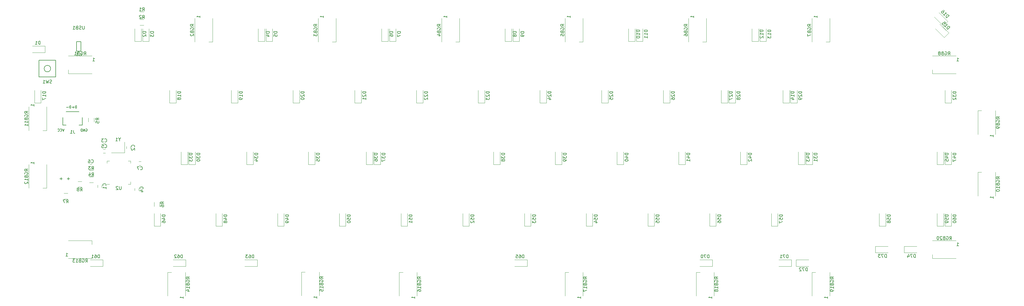
<source format=gbr>
G04 #@! TF.GenerationSoftware,KiCad,Pcbnew,(5.1.10)-1*
G04 #@! TF.CreationDate,2021-06-23T19:51:53+07:00*
G04 #@! TF.ProjectId,averange65,61766572-616e-4676-9536-352e6b696361,rev?*
G04 #@! TF.SameCoordinates,Original*
G04 #@! TF.FileFunction,Legend,Bot*
G04 #@! TF.FilePolarity,Positive*
%FSLAX46Y46*%
G04 Gerber Fmt 4.6, Leading zero omitted, Abs format (unit mm)*
G04 Created by KiCad (PCBNEW (5.1.10)-1) date 2021-06-23 19:51:53*
%MOMM*%
%LPD*%
G01*
G04 APERTURE LIST*
%ADD10C,0.187500*%
%ADD11C,0.150000*%
%ADD12C,0.120000*%
G04 APERTURE END LIST*
D10*
X46499969Y-80111495D02*
X46499969Y-79361495D01*
X46321397Y-79361495D01*
X46214255Y-79397210D01*
X46142826Y-79468638D01*
X46107112Y-79540067D01*
X46071397Y-79682924D01*
X46071397Y-79790067D01*
X46107112Y-79932924D01*
X46142826Y-80004352D01*
X46214255Y-80075781D01*
X46321397Y-80111495D01*
X46499969Y-80111495D01*
X45749969Y-79825781D02*
X45178540Y-79825781D01*
X45464255Y-80111495D02*
X45464255Y-79540067D01*
X44714024Y-80111495D02*
X44714024Y-79361495D01*
X44535452Y-79361495D01*
X44428310Y-79397210D01*
X44356881Y-79468638D01*
X44321167Y-79540067D01*
X44285452Y-79682924D01*
X44285452Y-79790067D01*
X44321167Y-79932924D01*
X44356881Y-80004352D01*
X44428310Y-80075781D01*
X44535452Y-80111495D01*
X44714024Y-80111495D01*
X43964024Y-79825781D02*
X43392595Y-79825781D01*
X49387258Y-86540990D02*
X49458687Y-86505275D01*
X49565830Y-86505275D01*
X49672972Y-86540990D01*
X49744401Y-86612418D01*
X49780115Y-86683847D01*
X49815830Y-86826704D01*
X49815830Y-86933847D01*
X49780115Y-87076704D01*
X49744401Y-87148132D01*
X49672972Y-87219561D01*
X49565830Y-87255275D01*
X49494401Y-87255275D01*
X49387258Y-87219561D01*
X49351544Y-87183847D01*
X49351544Y-86933847D01*
X49494401Y-86933847D01*
X49030115Y-87255275D02*
X49030115Y-86505275D01*
X48601544Y-87255275D01*
X48601544Y-86505275D01*
X48244401Y-87255275D02*
X48244401Y-86505275D01*
X48065830Y-86505275D01*
X47958687Y-86540990D01*
X47887258Y-86612418D01*
X47851544Y-86683847D01*
X47815830Y-86826704D01*
X47815830Y-86933847D01*
X47851544Y-87076704D01*
X47887258Y-87148132D01*
X47958687Y-87219561D01*
X48065830Y-87255275D01*
X48244401Y-87255275D01*
X42672050Y-86505275D02*
X42422050Y-87255275D01*
X42172050Y-86505275D01*
X41493478Y-87183847D02*
X41529192Y-87219561D01*
X41636335Y-87255275D01*
X41707764Y-87255275D01*
X41814907Y-87219561D01*
X41886335Y-87148132D01*
X41922050Y-87076704D01*
X41957764Y-86933847D01*
X41957764Y-86826704D01*
X41922050Y-86683847D01*
X41886335Y-86612418D01*
X41814907Y-86540990D01*
X41707764Y-86505275D01*
X41636335Y-86505275D01*
X41529192Y-86540990D01*
X41493478Y-86576704D01*
X40743478Y-87183847D02*
X40779192Y-87219561D01*
X40886335Y-87255275D01*
X40957764Y-87255275D01*
X41064907Y-87219561D01*
X41136335Y-87148132D01*
X41172050Y-87076704D01*
X41207764Y-86933847D01*
X41207764Y-86826704D01*
X41172050Y-86683847D01*
X41136335Y-86612418D01*
X41064907Y-86540990D01*
X40957764Y-86505275D01*
X40886335Y-86505275D01*
X40779192Y-86540990D01*
X40743478Y-86576704D01*
D11*
X40104845Y-65265910D02*
X34904845Y-65265910D01*
X34904845Y-65265910D02*
X34904845Y-70465910D01*
X34904845Y-70465910D02*
X40104845Y-70465910D01*
X40104845Y-70465910D02*
X40104845Y-65265910D01*
X38504845Y-67865910D02*
G75*
G03*
X38504845Y-67865910I-1000000J0D01*
G01*
D12*
X185607020Y-126992725D02*
X181707020Y-126992725D01*
X185607020Y-128992725D02*
X181707020Y-128992725D01*
X185607020Y-126992725D02*
X185607020Y-128992725D01*
X51648347Y-101365523D02*
X50448347Y-101365523D01*
X50448347Y-103125523D02*
X51648347Y-103125523D01*
X51648347Y-99430746D02*
X50448347Y-99430746D01*
X50448347Y-101190746D02*
X51648347Y-101190746D01*
X51249518Y-97478311D02*
X50549518Y-97478311D01*
X50549518Y-98678311D02*
X51249518Y-98678311D01*
X268618325Y-128992725D02*
X268618325Y-126992725D01*
X268618325Y-126992725D02*
X272518325Y-126992725D01*
X268618325Y-128992725D02*
X272518325Y-128992725D01*
X267165175Y-126992725D02*
X267165175Y-128992725D01*
X267165175Y-128992725D02*
X263265175Y-128992725D01*
X267165175Y-126992725D02*
X263265175Y-126992725D01*
X80236265Y-126992725D02*
X80236265Y-128992725D01*
X80236265Y-128992725D02*
X76336265Y-128992725D01*
X80236265Y-126992725D02*
X76336265Y-126992725D01*
X54637720Y-126992725D02*
X54637720Y-128992725D01*
X54637720Y-128992725D02*
X50737720Y-128992725D01*
X54637720Y-126992725D02*
X50737720Y-126992725D01*
X301955965Y-124825520D02*
X301955965Y-122825520D01*
X301955965Y-122825520D02*
X305855965Y-122825520D01*
X301955965Y-124825520D02*
X305855965Y-124825520D01*
X242757260Y-126992725D02*
X242757260Y-128992725D01*
X242757260Y-128992725D02*
X238857260Y-128992725D01*
X242757260Y-126992725D02*
X238857260Y-126992725D01*
X293026240Y-124825520D02*
X293026240Y-122825520D01*
X293026240Y-122825520D02*
X296926240Y-122825520D01*
X293026240Y-124825520D02*
X296926240Y-124825520D01*
X102262920Y-126992725D02*
X102262920Y-128992725D01*
X102262920Y-128992725D02*
X98362920Y-128992725D01*
X102262920Y-126992725D02*
X98362920Y-126992725D01*
X42580000Y-108195000D02*
X43780000Y-108195000D01*
X43780000Y-106435000D02*
X42580000Y-106435000D01*
D11*
X47837600Y-62450000D02*
X46537600Y-62450000D01*
X47837600Y-59550000D02*
X47837600Y-62450000D01*
X46537600Y-59550000D02*
X47837600Y-59550000D01*
X46537600Y-59550000D02*
X46537600Y-62450000D01*
D12*
X65690000Y-97818500D02*
X66390000Y-97818500D01*
X66390000Y-96618500D02*
X65690000Y-96618500D01*
X65687500Y-105569500D02*
X65687500Y-104869500D01*
X64487500Y-104869500D02*
X64487500Y-105569500D01*
X54257500Y-104605000D02*
X54257500Y-103905000D01*
X53057500Y-103905000D02*
X53057500Y-104605000D01*
X72190500Y-110455000D02*
X72190500Y-109255000D01*
X70430500Y-109255000D02*
X70430500Y-110455000D01*
D11*
X47243940Y-85362840D02*
X48243940Y-85362840D01*
X48243940Y-85362840D02*
X48243940Y-82962840D01*
X47243940Y-81162840D02*
X43243940Y-81162840D01*
X42243940Y-82962840D02*
X42243940Y-85362840D01*
X42243940Y-85362840D02*
X43243940Y-85362840D01*
D12*
X316516950Y-116550480D02*
X316516950Y-112650480D01*
X314516950Y-116550480D02*
X314516950Y-112650480D01*
X316516950Y-116550480D02*
X314516950Y-116550480D01*
X243888520Y-116550480D02*
X243888520Y-112650480D01*
X241888520Y-116550480D02*
X241888520Y-112650480D01*
X243888520Y-116550480D02*
X241888520Y-116550480D01*
X262938600Y-116550480D02*
X262938600Y-112650480D01*
X260938600Y-116550480D02*
X260938600Y-112650480D01*
X262938600Y-116550480D02*
X260938600Y-116550480D01*
X205788360Y-116550480D02*
X205788360Y-112650480D01*
X203788360Y-116550480D02*
X203788360Y-112650480D01*
X205788360Y-116550480D02*
X203788360Y-116550480D01*
X148638120Y-116550480D02*
X148638120Y-112650480D01*
X146638120Y-116550480D02*
X146638120Y-112650480D01*
X148638120Y-116550480D02*
X146638120Y-116550480D01*
X129588040Y-116550480D02*
X129588040Y-112650480D01*
X127588040Y-116550480D02*
X127588040Y-112650480D01*
X129588040Y-116550480D02*
X127588040Y-116550480D01*
X167688200Y-116550480D02*
X167688200Y-112650480D01*
X165688200Y-116550480D02*
X165688200Y-112650480D01*
X167688200Y-116550480D02*
X165688200Y-116550480D01*
X314135690Y-116550480D02*
X314135690Y-112650480D01*
X312135690Y-116550480D02*
X312135690Y-112650480D01*
X314135690Y-116550480D02*
X312135690Y-116550480D01*
X186738280Y-116550480D02*
X186738280Y-112650480D01*
X184738280Y-116550480D02*
X184738280Y-112650480D01*
X186738280Y-116550480D02*
X184738280Y-116550480D01*
X110537960Y-116550480D02*
X110537960Y-112650480D01*
X108537960Y-116550480D02*
X108537960Y-112650480D01*
X110537960Y-116550480D02*
X108537960Y-116550480D01*
X91487880Y-116550480D02*
X91487880Y-112650480D01*
X89487880Y-116550480D02*
X89487880Y-112650480D01*
X91487880Y-116550480D02*
X89487880Y-116550480D01*
X72437800Y-116550480D02*
X72437800Y-112650480D01*
X70437800Y-116550480D02*
X70437800Y-112650480D01*
X72437800Y-116550480D02*
X70437800Y-116550480D01*
X296276240Y-116550480D02*
X296276240Y-112650480D01*
X294276240Y-116550480D02*
X294276240Y-112650480D01*
X296276240Y-116550480D02*
X294276240Y-116550480D01*
X62416500Y-103622920D02*
X63141500Y-103622920D01*
X63141500Y-103622920D02*
X63141500Y-102897920D01*
X56646500Y-96402920D02*
X55921500Y-96402920D01*
X55921500Y-96402920D02*
X55921500Y-97127920D01*
X62416500Y-96402920D02*
X63141500Y-96402920D01*
X63141500Y-96402920D02*
X63141500Y-97127920D01*
X56646500Y-103622920D02*
X55921500Y-103622920D01*
X48098000Y-102752000D02*
X46898000Y-102752000D01*
X46898000Y-104512000D02*
X48098000Y-104512000D01*
X317976320Y-121075520D02*
X310676320Y-121075520D01*
X317976320Y-126575520D02*
X310676320Y-126575520D01*
X310676320Y-126575520D02*
X310676320Y-125425520D01*
X278976160Y-138191190D02*
X278976160Y-130891190D01*
X273476160Y-138191190D02*
X273476160Y-130891190D01*
X273476160Y-130891190D02*
X274626160Y-130891190D01*
X243257260Y-138191190D02*
X243257260Y-130891190D01*
X237757260Y-138191190D02*
X237757260Y-130891190D01*
X237757260Y-130891190D02*
X238907260Y-130891190D01*
X202775840Y-138191190D02*
X202775840Y-130891190D01*
X197275840Y-138191190D02*
X197275840Y-130891190D01*
X197275840Y-130891190D02*
X198425840Y-130891190D01*
X151578750Y-138191190D02*
X151578750Y-130891190D01*
X146078750Y-138191190D02*
X146078750Y-130891190D01*
X146078750Y-130891190D02*
X147228750Y-130891190D01*
X121403630Y-138122450D02*
X121403630Y-130822450D01*
X115903630Y-138122450D02*
X115903630Y-130822450D01*
X115903630Y-130822450D02*
X117053630Y-130822450D01*
X80140950Y-138191190D02*
X80140950Y-130891190D01*
X74640950Y-138191190D02*
X74640950Y-130891190D01*
X74640950Y-130891190D02*
X75790950Y-130891190D01*
X43975200Y-126575520D02*
X51275200Y-126575520D01*
X43975200Y-121075520D02*
X51275200Y-121075520D01*
X51275200Y-121075520D02*
X51275200Y-122225520D01*
X31778270Y-97553550D02*
X31778270Y-104853550D01*
X37278270Y-97553550D02*
X37278270Y-104853550D01*
X37278270Y-104853550D02*
X36128270Y-104853550D01*
X31778270Y-79694100D02*
X31778270Y-86994100D01*
X37278270Y-79694100D02*
X37278270Y-86994100D01*
X37278270Y-86994100D02*
X36128270Y-86994100D01*
X330173250Y-107234810D02*
X330173250Y-99934810D01*
X324673250Y-107234810D02*
X324673250Y-99934810D01*
X324673250Y-99934810D02*
X325823250Y-99934810D01*
X330173250Y-88184730D02*
X330173250Y-80884730D01*
X324673250Y-88184730D02*
X324673250Y-80884730D01*
X324673250Y-80884730D02*
X325823250Y-80884730D01*
X317976320Y-63925280D02*
X310676320Y-63925280D01*
X317976320Y-69425280D02*
X310676320Y-69425280D01*
X310676320Y-69425280D02*
X310676320Y-68275280D01*
X273476160Y-52309610D02*
X273476160Y-59609610D01*
X278976160Y-52309610D02*
X278976160Y-59609610D01*
X278976160Y-59609610D02*
X277826160Y-59609610D01*
X235376000Y-52309610D02*
X235376000Y-59609610D01*
X240876000Y-52309610D02*
X240876000Y-59609610D01*
X240876000Y-59609610D02*
X239726000Y-59609610D01*
X197275840Y-52309610D02*
X197275840Y-59609610D01*
X202775840Y-52309610D02*
X202775840Y-59609610D01*
X202775840Y-59609610D02*
X201625840Y-59609610D01*
X159175680Y-52309610D02*
X159175680Y-59609610D01*
X164675680Y-52309610D02*
X164675680Y-59609610D01*
X164675680Y-59609610D02*
X163525680Y-59609610D01*
X121075520Y-52309610D02*
X121075520Y-59609610D01*
X126575520Y-52309610D02*
X126575520Y-59609610D01*
X126575520Y-59609610D02*
X125425520Y-59609610D01*
X82975360Y-52309610D02*
X82975360Y-59609610D01*
X88475360Y-52309610D02*
X88475360Y-59609610D01*
X88475360Y-59609610D02*
X87325360Y-59609610D01*
X51275200Y-63925280D02*
X43975200Y-63925280D01*
X51275200Y-69425280D02*
X43975200Y-69425280D01*
X43975200Y-69425280D02*
X43975200Y-68275280D01*
X315433787Y-53271383D02*
X312676071Y-50513667D01*
X314019573Y-54685597D02*
X311261857Y-51927881D01*
X315433787Y-53271383D02*
X314019573Y-54685597D01*
X315734097Y-56843493D02*
X314319883Y-58257707D01*
X314319883Y-58257707D02*
X311562167Y-55499991D01*
X315734097Y-56843493D02*
X312976381Y-54085777D01*
X266510490Y-78450320D02*
X266510490Y-74550320D01*
X264510490Y-78450320D02*
X264510490Y-74550320D01*
X266510490Y-78450320D02*
X264510490Y-78450320D01*
X224838440Y-116550480D02*
X224838440Y-112650480D01*
X222838440Y-116550480D02*
X222838440Y-112650480D01*
X224838440Y-116550480D02*
X222838440Y-116550480D01*
X316516950Y-97500400D02*
X316516950Y-93600400D01*
X314516950Y-97500400D02*
X314516950Y-93600400D01*
X316516950Y-97500400D02*
X314516950Y-97500400D01*
X314135690Y-97500400D02*
X314135690Y-93600400D01*
X312135690Y-97500400D02*
X312135690Y-93600400D01*
X314135690Y-97500400D02*
X312135690Y-97500400D01*
X271273010Y-97500400D02*
X271273010Y-93600400D01*
X269273010Y-97500400D02*
X269273010Y-93600400D01*
X271273010Y-97500400D02*
X269273010Y-97500400D01*
X253413560Y-97500400D02*
X253413560Y-93600400D01*
X251413560Y-97500400D02*
X251413560Y-93600400D01*
X253413560Y-97500400D02*
X251413560Y-97500400D01*
X234363480Y-97500400D02*
X234363480Y-93600400D01*
X232363480Y-97500400D02*
X232363480Y-93600400D01*
X234363480Y-97500400D02*
X232363480Y-97500400D01*
X215313400Y-97500400D02*
X215313400Y-93600400D01*
X213313400Y-97500400D02*
X213313400Y-93600400D01*
X215313400Y-97500400D02*
X213313400Y-97500400D01*
X196263320Y-97500400D02*
X196263320Y-93600400D01*
X194263320Y-97500400D02*
X194263320Y-93600400D01*
X196263320Y-97500400D02*
X194263320Y-97500400D01*
X177213240Y-97500400D02*
X177213240Y-93600400D01*
X175213240Y-97500400D02*
X175213240Y-93600400D01*
X177213240Y-97500400D02*
X175213240Y-97500400D01*
X140303710Y-97500400D02*
X140303710Y-93600400D01*
X138303710Y-97500400D02*
X138303710Y-93600400D01*
X140303710Y-97500400D02*
X138303710Y-97500400D01*
X137922450Y-97500400D02*
X137922450Y-93600400D01*
X135922450Y-97500400D02*
X135922450Y-93600400D01*
X137922450Y-97500400D02*
X135922450Y-97500400D01*
X120063000Y-97500400D02*
X120063000Y-93600400D01*
X118063000Y-97500400D02*
X118063000Y-93600400D01*
X120063000Y-97500400D02*
X118063000Y-97500400D01*
X101012920Y-97500400D02*
X101012920Y-93600400D01*
X99012920Y-97500400D02*
X99012920Y-93600400D01*
X101012920Y-97500400D02*
X99012920Y-97500400D01*
X80771875Y-97500000D02*
X78771875Y-97500000D01*
X78771875Y-97500000D02*
X78771875Y-93600000D01*
X80771875Y-97500000D02*
X80771875Y-93600000D01*
X83153125Y-97500000D02*
X83153125Y-93600000D01*
X81153125Y-97500000D02*
X81153125Y-93600000D01*
X83153125Y-97500000D02*
X81153125Y-97500000D01*
X316516950Y-78450320D02*
X316516950Y-74550320D01*
X314516950Y-78450320D02*
X314516950Y-74550320D01*
X316516950Y-78450320D02*
X314516950Y-78450320D01*
X273654270Y-97500400D02*
X273654270Y-93600400D01*
X271654270Y-97500400D02*
X271654270Y-93600400D01*
X273654270Y-97500400D02*
X271654270Y-97500400D01*
X268890850Y-78450000D02*
X268890850Y-74550000D01*
X266890850Y-78450000D02*
X266890850Y-74550000D01*
X268890850Y-78450000D02*
X266890850Y-78450000D01*
X249841670Y-78450320D02*
X249841670Y-74550320D01*
X247841670Y-78450320D02*
X247841670Y-74550320D01*
X249841670Y-78450320D02*
X247841670Y-78450320D01*
X247460410Y-78450320D02*
X247460410Y-74550320D01*
X245460410Y-78450320D02*
X245460410Y-74550320D01*
X247460410Y-78450320D02*
X245460410Y-78450320D01*
X229600960Y-78450320D02*
X229600960Y-74550320D01*
X227600960Y-78450320D02*
X227600960Y-74550320D01*
X229600960Y-78450320D02*
X227600960Y-78450320D01*
X210550176Y-78450000D02*
X210550176Y-74550000D01*
X208550176Y-78450000D02*
X208550176Y-74550000D01*
X210550176Y-78450000D02*
X208550176Y-78450000D01*
X191500800Y-78450320D02*
X191500800Y-74550320D01*
X189500800Y-78450320D02*
X189500800Y-74550320D01*
X191500800Y-78450320D02*
X189500800Y-78450320D01*
X172450144Y-78450000D02*
X172450144Y-74550000D01*
X170450144Y-78450000D02*
X170450144Y-74550000D01*
X172450144Y-78450000D02*
X170450144Y-78450000D01*
X153400128Y-78450000D02*
X153400128Y-74550000D01*
X151400128Y-78450000D02*
X151400128Y-74550000D01*
X153400128Y-78450000D02*
X151400128Y-78450000D01*
X134350112Y-78450000D02*
X134350112Y-74550000D01*
X132350112Y-78450000D02*
X132350112Y-74550000D01*
X134350112Y-78450000D02*
X132350112Y-78450000D01*
X115300096Y-78450000D02*
X115300096Y-74550000D01*
X113300096Y-78450000D02*
X113300096Y-74550000D01*
X115300096Y-78450000D02*
X113300096Y-78450000D01*
X96250080Y-78450000D02*
X96250080Y-74550000D01*
X94250080Y-78450000D02*
X94250080Y-74550000D01*
X96250080Y-78450000D02*
X94250080Y-78450000D01*
X77200320Y-78450320D02*
X77200320Y-74550320D01*
X75200320Y-78450320D02*
X75200320Y-74550320D01*
X77200320Y-78450320D02*
X75200320Y-78450320D01*
X35528270Y-78450320D02*
X35528270Y-74550320D01*
X33528270Y-78450320D02*
X33528270Y-74550320D01*
X35528270Y-78450320D02*
X33528270Y-78450320D01*
X61293130Y-90599630D02*
X61293130Y-93899630D01*
X61293130Y-93899630D02*
X57293130Y-93899630D01*
X50174000Y-83154000D02*
X50174000Y-84354000D01*
X51934000Y-84354000D02*
X51934000Y-83154000D01*
X67275280Y-52698350D02*
X66075280Y-52698350D01*
X66075280Y-54458350D02*
X67275280Y-54458350D01*
X67275280Y-50317090D02*
X66075280Y-50317090D01*
X66075280Y-52077090D02*
X67275280Y-52077090D01*
X259366710Y-59400240D02*
X257366710Y-59400240D01*
X257366710Y-59400240D02*
X257366710Y-55500240D01*
X259366710Y-59400240D02*
X259366710Y-55500240D01*
X256984590Y-59400000D02*
X254984590Y-59400000D01*
X254984590Y-59400000D02*
X254984590Y-55500000D01*
X256984590Y-59400000D02*
X256984590Y-55500000D01*
X221266550Y-59400000D02*
X219266550Y-59400000D01*
X219266550Y-59400000D02*
X219266550Y-55500000D01*
X221266550Y-59400000D02*
X221266550Y-55500000D01*
X218884558Y-59400000D02*
X216884558Y-59400000D01*
X216884558Y-59400000D02*
X216884558Y-55500000D01*
X218884558Y-59400000D02*
X218884558Y-55500000D01*
X183166390Y-59400000D02*
X181166390Y-59400000D01*
X181166390Y-59400000D02*
X181166390Y-55500000D01*
X183166390Y-59400000D02*
X183166390Y-55500000D01*
X180784526Y-59400000D02*
X178784526Y-59400000D01*
X178784526Y-59400000D02*
X178784526Y-55500000D01*
X180784526Y-59400000D02*
X180784526Y-55500000D01*
X145066230Y-59400000D02*
X143066230Y-59400000D01*
X143066230Y-59400000D02*
X143066230Y-55500000D01*
X145066230Y-59400000D02*
X145066230Y-55500000D01*
X142684494Y-59400000D02*
X140684494Y-59400000D01*
X140684494Y-59400000D02*
X140684494Y-55500000D01*
X142684494Y-59400000D02*
X142684494Y-55500000D01*
X106966070Y-59400240D02*
X104966070Y-59400240D01*
X104966070Y-59400240D02*
X104966070Y-55500240D01*
X106966070Y-59400240D02*
X106966070Y-55500240D01*
X104584462Y-59400000D02*
X102584462Y-59400000D01*
X102584462Y-59400000D02*
X102584462Y-55500000D01*
X104584462Y-59400000D02*
X104584462Y-55500000D01*
X68865910Y-59400240D02*
X66865910Y-59400240D01*
X66865910Y-59400240D02*
X66865910Y-55500240D01*
X68865910Y-59400240D02*
X68865910Y-55500240D01*
X66484650Y-59400240D02*
X66484650Y-55500240D01*
X64484650Y-59400240D02*
X64484650Y-55500240D01*
X66484650Y-59400240D02*
X64484650Y-59400240D01*
X36778270Y-60912760D02*
X32878270Y-60912760D01*
X36778270Y-62912760D02*
X32878270Y-62912760D01*
X36778270Y-60912760D02*
X36778270Y-62912760D01*
X55388630Y-92792630D02*
X54688630Y-92792630D01*
X54688630Y-93992630D02*
X55388630Y-93992630D01*
X55388630Y-91014630D02*
X54688630Y-91014630D01*
X54688630Y-92214630D02*
X55388630Y-92214630D01*
X63068130Y-92663130D02*
X63068130Y-91963130D01*
X61868130Y-91963130D02*
X61868130Y-92663130D01*
D11*
X38838178Y-72334671D02*
X38695321Y-72382290D01*
X38457225Y-72382290D01*
X38361987Y-72334671D01*
X38314368Y-72287052D01*
X38266749Y-72191814D01*
X38266749Y-72096576D01*
X38314368Y-72001338D01*
X38361987Y-71953719D01*
X38457225Y-71906100D01*
X38647702Y-71858481D01*
X38742940Y-71810862D01*
X38790559Y-71763243D01*
X38838178Y-71668005D01*
X38838178Y-71572767D01*
X38790559Y-71477529D01*
X38742940Y-71429910D01*
X38647702Y-71382290D01*
X38409606Y-71382290D01*
X38266749Y-71429910D01*
X37933416Y-71382290D02*
X37695321Y-72382290D01*
X37504845Y-71668005D01*
X37314368Y-72382290D01*
X37076273Y-71382290D01*
X36171511Y-72382290D02*
X36742940Y-72382290D01*
X36457225Y-72382290D02*
X36457225Y-71382290D01*
X36552464Y-71525148D01*
X36647702Y-71620386D01*
X36742940Y-71668005D01*
X184571305Y-126445105D02*
X184571305Y-125445105D01*
X184333210Y-125445105D01*
X184190353Y-125492725D01*
X184095115Y-125587963D01*
X184047496Y-125683201D01*
X183999877Y-125873677D01*
X183999877Y-126016534D01*
X184047496Y-126207010D01*
X184095115Y-126302248D01*
X184190353Y-126397486D01*
X184333210Y-126445105D01*
X184571305Y-126445105D01*
X183142734Y-125445105D02*
X183333210Y-125445105D01*
X183428448Y-125492725D01*
X183476067Y-125540344D01*
X183571305Y-125683201D01*
X183618924Y-125873677D01*
X183618924Y-126254629D01*
X183571305Y-126349867D01*
X183523686Y-126397486D01*
X183428448Y-126445105D01*
X183237972Y-126445105D01*
X183142734Y-126397486D01*
X183095115Y-126349867D01*
X183047496Y-126254629D01*
X183047496Y-126016534D01*
X183095115Y-125921296D01*
X183142734Y-125873677D01*
X183237972Y-125826058D01*
X183428448Y-125826058D01*
X183523686Y-125873677D01*
X183571305Y-125921296D01*
X183618924Y-126016534D01*
X182142734Y-125445105D02*
X182618924Y-125445105D01*
X182666543Y-125921296D01*
X182618924Y-125873677D01*
X182523686Y-125826058D01*
X182285591Y-125826058D01*
X182190353Y-125873677D01*
X182142734Y-125921296D01*
X182095115Y-126016534D01*
X182095115Y-126254629D01*
X182142734Y-126349867D01*
X182190353Y-126397486D01*
X182285591Y-126445105D01*
X182523686Y-126445105D01*
X182618924Y-126397486D01*
X182666543Y-126349867D01*
X51215013Y-101047903D02*
X51548347Y-100571713D01*
X51786442Y-101047903D02*
X51786442Y-100047903D01*
X51405489Y-100047903D01*
X51310251Y-100095523D01*
X51262632Y-100143142D01*
X51215013Y-100238380D01*
X51215013Y-100381237D01*
X51262632Y-100476475D01*
X51310251Y-100524094D01*
X51405489Y-100571713D01*
X51786442Y-100571713D01*
X50357870Y-100381237D02*
X50357870Y-101047903D01*
X50595966Y-100000284D02*
X50834061Y-100714570D01*
X50215013Y-100714570D01*
X51215013Y-99113126D02*
X51548347Y-98636936D01*
X51786442Y-99113126D02*
X51786442Y-98113126D01*
X51405489Y-98113126D01*
X51310251Y-98160746D01*
X51262632Y-98208365D01*
X51215013Y-98303603D01*
X51215013Y-98446460D01*
X51262632Y-98541698D01*
X51310251Y-98589317D01*
X51405489Y-98636936D01*
X51786442Y-98636936D01*
X50881680Y-98113126D02*
X50262632Y-98113126D01*
X50595966Y-98494079D01*
X50453108Y-98494079D01*
X50357870Y-98541698D01*
X50310251Y-98589317D01*
X50262632Y-98684555D01*
X50262632Y-98922650D01*
X50310251Y-99017888D01*
X50357870Y-99065507D01*
X50453108Y-99113126D01*
X50738823Y-99113126D01*
X50834061Y-99065507D01*
X50881680Y-99017888D01*
X51066184Y-96935453D02*
X51113803Y-96983072D01*
X51256660Y-97030691D01*
X51351898Y-97030691D01*
X51494756Y-96983072D01*
X51589994Y-96887834D01*
X51637613Y-96792596D01*
X51685232Y-96602120D01*
X51685232Y-96459263D01*
X51637613Y-96268787D01*
X51589994Y-96173549D01*
X51494756Y-96078311D01*
X51351898Y-96030691D01*
X51256660Y-96030691D01*
X51113803Y-96078311D01*
X51066184Y-96125930D01*
X50209041Y-96030691D02*
X50399518Y-96030691D01*
X50494756Y-96078311D01*
X50542375Y-96125930D01*
X50637613Y-96268787D01*
X50685232Y-96459263D01*
X50685232Y-96840215D01*
X50637613Y-96935453D01*
X50589994Y-96983072D01*
X50494756Y-97030691D01*
X50304279Y-97030691D01*
X50209041Y-96983072D01*
X50161422Y-96935453D01*
X50113803Y-96840215D01*
X50113803Y-96602120D01*
X50161422Y-96506882D01*
X50209041Y-96459263D01*
X50304279Y-96411644D01*
X50494756Y-96411644D01*
X50589994Y-96459263D01*
X50637613Y-96506882D01*
X50685232Y-96602120D01*
X272082610Y-130445105D02*
X272082610Y-129445105D01*
X271844515Y-129445105D01*
X271701658Y-129492725D01*
X271606420Y-129587963D01*
X271558801Y-129683201D01*
X271511182Y-129873677D01*
X271511182Y-130016534D01*
X271558801Y-130207010D01*
X271606420Y-130302248D01*
X271701658Y-130397486D01*
X271844515Y-130445105D01*
X272082610Y-130445105D01*
X271177848Y-129445105D02*
X270511182Y-129445105D01*
X270939753Y-130445105D01*
X270177848Y-129540344D02*
X270130229Y-129492725D01*
X270034991Y-129445105D01*
X269796896Y-129445105D01*
X269701658Y-129492725D01*
X269654039Y-129540344D01*
X269606420Y-129635582D01*
X269606420Y-129730820D01*
X269654039Y-129873677D01*
X270225467Y-130445105D01*
X269606420Y-130445105D01*
X266129460Y-126445105D02*
X266129460Y-125445105D01*
X265891365Y-125445105D01*
X265748508Y-125492725D01*
X265653270Y-125587963D01*
X265605651Y-125683201D01*
X265558032Y-125873677D01*
X265558032Y-126016534D01*
X265605651Y-126207010D01*
X265653270Y-126302248D01*
X265748508Y-126397486D01*
X265891365Y-126445105D01*
X266129460Y-126445105D01*
X265224698Y-125445105D02*
X264558032Y-125445105D01*
X264986603Y-126445105D01*
X263653270Y-126445105D02*
X264224698Y-126445105D01*
X263938984Y-126445105D02*
X263938984Y-125445105D01*
X264034222Y-125587963D01*
X264129460Y-125683201D01*
X264224698Y-125730820D01*
X79200550Y-126445105D02*
X79200550Y-125445105D01*
X78962455Y-125445105D01*
X78819598Y-125492725D01*
X78724360Y-125587963D01*
X78676741Y-125683201D01*
X78629122Y-125873677D01*
X78629122Y-126016534D01*
X78676741Y-126207010D01*
X78724360Y-126302248D01*
X78819598Y-126397486D01*
X78962455Y-126445105D01*
X79200550Y-126445105D01*
X77771979Y-125445105D02*
X77962455Y-125445105D01*
X78057693Y-125492725D01*
X78105312Y-125540344D01*
X78200550Y-125683201D01*
X78248169Y-125873677D01*
X78248169Y-126254629D01*
X78200550Y-126349867D01*
X78152931Y-126397486D01*
X78057693Y-126445105D01*
X77867217Y-126445105D01*
X77771979Y-126397486D01*
X77724360Y-126349867D01*
X77676741Y-126254629D01*
X77676741Y-126016534D01*
X77724360Y-125921296D01*
X77771979Y-125873677D01*
X77867217Y-125826058D01*
X78057693Y-125826058D01*
X78152931Y-125873677D01*
X78200550Y-125921296D01*
X78248169Y-126016534D01*
X77295788Y-125540344D02*
X77248169Y-125492725D01*
X77152931Y-125445105D01*
X76914836Y-125445105D01*
X76819598Y-125492725D01*
X76771979Y-125540344D01*
X76724360Y-125635582D01*
X76724360Y-125730820D01*
X76771979Y-125873677D01*
X77343407Y-126445105D01*
X76724360Y-126445105D01*
X53602005Y-126445105D02*
X53602005Y-125445105D01*
X53363910Y-125445105D01*
X53221053Y-125492725D01*
X53125815Y-125587963D01*
X53078196Y-125683201D01*
X53030577Y-125873677D01*
X53030577Y-126016534D01*
X53078196Y-126207010D01*
X53125815Y-126302248D01*
X53221053Y-126397486D01*
X53363910Y-126445105D01*
X53602005Y-126445105D01*
X52173434Y-125445105D02*
X52363910Y-125445105D01*
X52459148Y-125492725D01*
X52506767Y-125540344D01*
X52602005Y-125683201D01*
X52649624Y-125873677D01*
X52649624Y-126254629D01*
X52602005Y-126349867D01*
X52554386Y-126397486D01*
X52459148Y-126445105D01*
X52268672Y-126445105D01*
X52173434Y-126397486D01*
X52125815Y-126349867D01*
X52078196Y-126254629D01*
X52078196Y-126016534D01*
X52125815Y-125921296D01*
X52173434Y-125873677D01*
X52268672Y-125826058D01*
X52459148Y-125826058D01*
X52554386Y-125873677D01*
X52602005Y-125921296D01*
X52649624Y-126016534D01*
X51125815Y-126445105D02*
X51697243Y-126445105D01*
X51411529Y-126445105D02*
X51411529Y-125445105D01*
X51506767Y-125587963D01*
X51602005Y-125683201D01*
X51697243Y-125730820D01*
X305420250Y-126277900D02*
X305420250Y-125277900D01*
X305182155Y-125277900D01*
X305039298Y-125325520D01*
X304944060Y-125420758D01*
X304896441Y-125515996D01*
X304848822Y-125706472D01*
X304848822Y-125849329D01*
X304896441Y-126039805D01*
X304944060Y-126135043D01*
X305039298Y-126230281D01*
X305182155Y-126277900D01*
X305420250Y-126277900D01*
X304515488Y-125277900D02*
X303848822Y-125277900D01*
X304277393Y-126277900D01*
X303039298Y-125611234D02*
X303039298Y-126277900D01*
X303277393Y-125230281D02*
X303515488Y-125944567D01*
X302896441Y-125944567D01*
X241721545Y-126445105D02*
X241721545Y-125445105D01*
X241483450Y-125445105D01*
X241340593Y-125492725D01*
X241245355Y-125587963D01*
X241197736Y-125683201D01*
X241150117Y-125873677D01*
X241150117Y-126016534D01*
X241197736Y-126207010D01*
X241245355Y-126302248D01*
X241340593Y-126397486D01*
X241483450Y-126445105D01*
X241721545Y-126445105D01*
X240816783Y-125445105D02*
X240150117Y-125445105D01*
X240578688Y-126445105D01*
X239578688Y-125445105D02*
X239483450Y-125445105D01*
X239388212Y-125492725D01*
X239340593Y-125540344D01*
X239292974Y-125635582D01*
X239245355Y-125826058D01*
X239245355Y-126064153D01*
X239292974Y-126254629D01*
X239340593Y-126349867D01*
X239388212Y-126397486D01*
X239483450Y-126445105D01*
X239578688Y-126445105D01*
X239673926Y-126397486D01*
X239721545Y-126349867D01*
X239769164Y-126254629D01*
X239816783Y-126064153D01*
X239816783Y-125826058D01*
X239769164Y-125635582D01*
X239721545Y-125540344D01*
X239673926Y-125492725D01*
X239578688Y-125445105D01*
X296490525Y-126277900D02*
X296490525Y-125277900D01*
X296252430Y-125277900D01*
X296109573Y-125325520D01*
X296014335Y-125420758D01*
X295966716Y-125515996D01*
X295919097Y-125706472D01*
X295919097Y-125849329D01*
X295966716Y-126039805D01*
X296014335Y-126135043D01*
X296109573Y-126230281D01*
X296252430Y-126277900D01*
X296490525Y-126277900D01*
X295585763Y-125277900D02*
X294919097Y-125277900D01*
X295347668Y-126277900D01*
X294633382Y-125277900D02*
X294014335Y-125277900D01*
X294347668Y-125658853D01*
X294204811Y-125658853D01*
X294109573Y-125706472D01*
X294061954Y-125754091D01*
X294014335Y-125849329D01*
X294014335Y-126087424D01*
X294061954Y-126182662D01*
X294109573Y-126230281D01*
X294204811Y-126277900D01*
X294490525Y-126277900D01*
X294585763Y-126230281D01*
X294633382Y-126182662D01*
X101227205Y-126445105D02*
X101227205Y-125445105D01*
X100989110Y-125445105D01*
X100846253Y-125492725D01*
X100751015Y-125587963D01*
X100703396Y-125683201D01*
X100655777Y-125873677D01*
X100655777Y-126016534D01*
X100703396Y-126207010D01*
X100751015Y-126302248D01*
X100846253Y-126397486D01*
X100989110Y-126445105D01*
X101227205Y-126445105D01*
X99798634Y-125445105D02*
X99989110Y-125445105D01*
X100084348Y-125492725D01*
X100131967Y-125540344D01*
X100227205Y-125683201D01*
X100274824Y-125873677D01*
X100274824Y-126254629D01*
X100227205Y-126349867D01*
X100179586Y-126397486D01*
X100084348Y-126445105D01*
X99893872Y-126445105D01*
X99798634Y-126397486D01*
X99751015Y-126349867D01*
X99703396Y-126254629D01*
X99703396Y-126016534D01*
X99751015Y-125921296D01*
X99798634Y-125873677D01*
X99893872Y-125826058D01*
X100084348Y-125826058D01*
X100179586Y-125873677D01*
X100227205Y-125921296D01*
X100274824Y-126016534D01*
X99370062Y-125445105D02*
X98751015Y-125445105D01*
X99084348Y-125826058D01*
X98941491Y-125826058D01*
X98846253Y-125873677D01*
X98798634Y-125921296D01*
X98751015Y-126016534D01*
X98751015Y-126254629D01*
X98798634Y-126349867D01*
X98846253Y-126397486D01*
X98941491Y-126445105D01*
X99227205Y-126445105D01*
X99322443Y-126397486D01*
X99370062Y-126349867D01*
X43346666Y-109417380D02*
X43680000Y-108941190D01*
X43918095Y-109417380D02*
X43918095Y-108417380D01*
X43537142Y-108417380D01*
X43441904Y-108465000D01*
X43394285Y-108512619D01*
X43346666Y-108607857D01*
X43346666Y-108750714D01*
X43394285Y-108845952D01*
X43441904Y-108893571D01*
X43537142Y-108941190D01*
X43918095Y-108941190D01*
X43013333Y-108417380D02*
X42346666Y-108417380D01*
X42775238Y-109417380D01*
X47949504Y-62902380D02*
X47949504Y-63711904D01*
X47901885Y-63807142D01*
X47854266Y-63854761D01*
X47759028Y-63902380D01*
X47568552Y-63902380D01*
X47473314Y-63854761D01*
X47425695Y-63807142D01*
X47378076Y-63711904D01*
X47378076Y-62902380D01*
X46378076Y-63902380D02*
X46949504Y-63902380D01*
X46663790Y-63902380D02*
X46663790Y-62902380D01*
X46759028Y-63045238D01*
X46854266Y-63140476D01*
X46949504Y-63188095D01*
X66206666Y-99075642D02*
X66254285Y-99123261D01*
X66397142Y-99170880D01*
X66492380Y-99170880D01*
X66635238Y-99123261D01*
X66730476Y-99028023D01*
X66778095Y-98932785D01*
X66825714Y-98742309D01*
X66825714Y-98599452D01*
X66778095Y-98408976D01*
X66730476Y-98313738D01*
X66635238Y-98218500D01*
X66492380Y-98170880D01*
X66397142Y-98170880D01*
X66254285Y-98218500D01*
X66206666Y-98266119D01*
X65873333Y-98170880D02*
X65206666Y-98170880D01*
X65635238Y-99170880D01*
X66944642Y-105052833D02*
X66992261Y-105005214D01*
X67039880Y-104862357D01*
X67039880Y-104767119D01*
X66992261Y-104624261D01*
X66897023Y-104529023D01*
X66801785Y-104481404D01*
X66611309Y-104433785D01*
X66468452Y-104433785D01*
X66277976Y-104481404D01*
X66182738Y-104529023D01*
X66087500Y-104624261D01*
X66039880Y-104767119D01*
X66039880Y-104862357D01*
X66087500Y-105005214D01*
X66135119Y-105052833D01*
X66373214Y-105909976D02*
X67039880Y-105909976D01*
X65992261Y-105671880D02*
X66706547Y-105433785D01*
X66706547Y-106052833D01*
X55514642Y-104088333D02*
X55562261Y-104040714D01*
X55609880Y-103897857D01*
X55609880Y-103802619D01*
X55562261Y-103659761D01*
X55467023Y-103564523D01*
X55371785Y-103516904D01*
X55181309Y-103469285D01*
X55038452Y-103469285D01*
X54847976Y-103516904D01*
X54752738Y-103564523D01*
X54657500Y-103659761D01*
X54609880Y-103802619D01*
X54609880Y-103897857D01*
X54657500Y-104040714D01*
X54705119Y-104088333D01*
X55609880Y-105040714D02*
X55609880Y-104469285D01*
X55609880Y-104755000D02*
X54609880Y-104755000D01*
X54752738Y-104659761D01*
X54847976Y-104564523D01*
X54895595Y-104469285D01*
X73412880Y-109688333D02*
X72936690Y-109355000D01*
X73412880Y-109116904D02*
X72412880Y-109116904D01*
X72412880Y-109497857D01*
X72460500Y-109593095D01*
X72508119Y-109640714D01*
X72603357Y-109688333D01*
X72746214Y-109688333D01*
X72841452Y-109640714D01*
X72889071Y-109593095D01*
X72936690Y-109497857D01*
X72936690Y-109116904D01*
X72412880Y-110545476D02*
X72412880Y-110355000D01*
X72460500Y-110259761D01*
X72508119Y-110212142D01*
X72650976Y-110116904D01*
X72841452Y-110069285D01*
X73222404Y-110069285D01*
X73317642Y-110116904D01*
X73365261Y-110164523D01*
X73412880Y-110259761D01*
X73412880Y-110450238D01*
X73365261Y-110545476D01*
X73317642Y-110593095D01*
X73222404Y-110640714D01*
X72984309Y-110640714D01*
X72889071Y-110593095D01*
X72841452Y-110545476D01*
X72793833Y-110450238D01*
X72793833Y-110259761D01*
X72841452Y-110164523D01*
X72889071Y-110116904D01*
X72984309Y-110069285D01*
X45577273Y-86915220D02*
X45577273Y-87629506D01*
X45624892Y-87772363D01*
X45720130Y-87867601D01*
X45862987Y-87915220D01*
X45958225Y-87915220D01*
X44577273Y-87915220D02*
X45148701Y-87915220D01*
X44862987Y-87915220D02*
X44862987Y-86915220D01*
X44958225Y-87058078D01*
X45053463Y-87153316D01*
X45148701Y-87200935D01*
X317969330Y-113086194D02*
X316969330Y-113086194D01*
X316969330Y-113324289D01*
X317016950Y-113467146D01*
X317112188Y-113562384D01*
X317207426Y-113610003D01*
X317397902Y-113657622D01*
X317540759Y-113657622D01*
X317731235Y-113610003D01*
X317826473Y-113562384D01*
X317921711Y-113467146D01*
X317969330Y-113324289D01*
X317969330Y-113086194D01*
X316969330Y-114514765D02*
X316969330Y-114324289D01*
X317016950Y-114229051D01*
X317064569Y-114181432D01*
X317207426Y-114086194D01*
X317397902Y-114038575D01*
X317778854Y-114038575D01*
X317874092Y-114086194D01*
X317921711Y-114133813D01*
X317969330Y-114229051D01*
X317969330Y-114419527D01*
X317921711Y-114514765D01*
X317874092Y-114562384D01*
X317778854Y-114610003D01*
X317540759Y-114610003D01*
X317445521Y-114562384D01*
X317397902Y-114514765D01*
X317350283Y-114419527D01*
X317350283Y-114229051D01*
X317397902Y-114133813D01*
X317445521Y-114086194D01*
X317540759Y-114038575D01*
X316969330Y-115229051D02*
X316969330Y-115324289D01*
X317016950Y-115419527D01*
X317064569Y-115467146D01*
X317159807Y-115514765D01*
X317350283Y-115562384D01*
X317588378Y-115562384D01*
X317778854Y-115514765D01*
X317874092Y-115467146D01*
X317921711Y-115419527D01*
X317969330Y-115324289D01*
X317969330Y-115229051D01*
X317921711Y-115133813D01*
X317874092Y-115086194D01*
X317778854Y-115038575D01*
X317588378Y-114990956D01*
X317350283Y-114990956D01*
X317159807Y-115038575D01*
X317064569Y-115086194D01*
X317016950Y-115133813D01*
X316969330Y-115229051D01*
X245340900Y-113086194D02*
X244340900Y-113086194D01*
X244340900Y-113324289D01*
X244388520Y-113467146D01*
X244483758Y-113562384D01*
X244578996Y-113610003D01*
X244769472Y-113657622D01*
X244912329Y-113657622D01*
X245102805Y-113610003D01*
X245198043Y-113562384D01*
X245293281Y-113467146D01*
X245340900Y-113324289D01*
X245340900Y-113086194D01*
X244340900Y-114562384D02*
X244340900Y-114086194D01*
X244817091Y-114038575D01*
X244769472Y-114086194D01*
X244721853Y-114181432D01*
X244721853Y-114419527D01*
X244769472Y-114514765D01*
X244817091Y-114562384D01*
X244912329Y-114610003D01*
X245150424Y-114610003D01*
X245245662Y-114562384D01*
X245293281Y-114514765D01*
X245340900Y-114419527D01*
X245340900Y-114181432D01*
X245293281Y-114086194D01*
X245245662Y-114038575D01*
X244340900Y-115467146D02*
X244340900Y-115276670D01*
X244388520Y-115181432D01*
X244436139Y-115133813D01*
X244578996Y-115038575D01*
X244769472Y-114990956D01*
X245150424Y-114990956D01*
X245245662Y-115038575D01*
X245293281Y-115086194D01*
X245340900Y-115181432D01*
X245340900Y-115371908D01*
X245293281Y-115467146D01*
X245245662Y-115514765D01*
X245150424Y-115562384D01*
X244912329Y-115562384D01*
X244817091Y-115514765D01*
X244769472Y-115467146D01*
X244721853Y-115371908D01*
X244721853Y-115181432D01*
X244769472Y-115086194D01*
X244817091Y-115038575D01*
X244912329Y-114990956D01*
X264390980Y-113086194D02*
X263390980Y-113086194D01*
X263390980Y-113324289D01*
X263438600Y-113467146D01*
X263533838Y-113562384D01*
X263629076Y-113610003D01*
X263819552Y-113657622D01*
X263962409Y-113657622D01*
X264152885Y-113610003D01*
X264248123Y-113562384D01*
X264343361Y-113467146D01*
X264390980Y-113324289D01*
X264390980Y-113086194D01*
X263390980Y-114562384D02*
X263390980Y-114086194D01*
X263867171Y-114038575D01*
X263819552Y-114086194D01*
X263771933Y-114181432D01*
X263771933Y-114419527D01*
X263819552Y-114514765D01*
X263867171Y-114562384D01*
X263962409Y-114610003D01*
X264200504Y-114610003D01*
X264295742Y-114562384D01*
X264343361Y-114514765D01*
X264390980Y-114419527D01*
X264390980Y-114181432D01*
X264343361Y-114086194D01*
X264295742Y-114038575D01*
X263390980Y-114943337D02*
X263390980Y-115610003D01*
X264390980Y-115181432D01*
X207240740Y-113086194D02*
X206240740Y-113086194D01*
X206240740Y-113324289D01*
X206288360Y-113467146D01*
X206383598Y-113562384D01*
X206478836Y-113610003D01*
X206669312Y-113657622D01*
X206812169Y-113657622D01*
X207002645Y-113610003D01*
X207097883Y-113562384D01*
X207193121Y-113467146D01*
X207240740Y-113324289D01*
X207240740Y-113086194D01*
X206240740Y-114562384D02*
X206240740Y-114086194D01*
X206716931Y-114038575D01*
X206669312Y-114086194D01*
X206621693Y-114181432D01*
X206621693Y-114419527D01*
X206669312Y-114514765D01*
X206716931Y-114562384D01*
X206812169Y-114610003D01*
X207050264Y-114610003D01*
X207145502Y-114562384D01*
X207193121Y-114514765D01*
X207240740Y-114419527D01*
X207240740Y-114181432D01*
X207193121Y-114086194D01*
X207145502Y-114038575D01*
X206574074Y-115467146D02*
X207240740Y-115467146D01*
X206193121Y-115229051D02*
X206907407Y-114990956D01*
X206907407Y-115610003D01*
X150090500Y-113086194D02*
X149090500Y-113086194D01*
X149090500Y-113324289D01*
X149138120Y-113467146D01*
X149233358Y-113562384D01*
X149328596Y-113610003D01*
X149519072Y-113657622D01*
X149661929Y-113657622D01*
X149852405Y-113610003D01*
X149947643Y-113562384D01*
X150042881Y-113467146D01*
X150090500Y-113324289D01*
X150090500Y-113086194D01*
X149090500Y-114562384D02*
X149090500Y-114086194D01*
X149566691Y-114038575D01*
X149519072Y-114086194D01*
X149471453Y-114181432D01*
X149471453Y-114419527D01*
X149519072Y-114514765D01*
X149566691Y-114562384D01*
X149661929Y-114610003D01*
X149900024Y-114610003D01*
X149995262Y-114562384D01*
X150042881Y-114514765D01*
X150090500Y-114419527D01*
X150090500Y-114181432D01*
X150042881Y-114086194D01*
X149995262Y-114038575D01*
X150090500Y-115562384D02*
X150090500Y-114990956D01*
X150090500Y-115276670D02*
X149090500Y-115276670D01*
X149233358Y-115181432D01*
X149328596Y-115086194D01*
X149376215Y-114990956D01*
X131040420Y-113086194D02*
X130040420Y-113086194D01*
X130040420Y-113324289D01*
X130088040Y-113467146D01*
X130183278Y-113562384D01*
X130278516Y-113610003D01*
X130468992Y-113657622D01*
X130611849Y-113657622D01*
X130802325Y-113610003D01*
X130897563Y-113562384D01*
X130992801Y-113467146D01*
X131040420Y-113324289D01*
X131040420Y-113086194D01*
X130040420Y-114562384D02*
X130040420Y-114086194D01*
X130516611Y-114038575D01*
X130468992Y-114086194D01*
X130421373Y-114181432D01*
X130421373Y-114419527D01*
X130468992Y-114514765D01*
X130516611Y-114562384D01*
X130611849Y-114610003D01*
X130849944Y-114610003D01*
X130945182Y-114562384D01*
X130992801Y-114514765D01*
X131040420Y-114419527D01*
X131040420Y-114181432D01*
X130992801Y-114086194D01*
X130945182Y-114038575D01*
X130040420Y-115229051D02*
X130040420Y-115324289D01*
X130088040Y-115419527D01*
X130135659Y-115467146D01*
X130230897Y-115514765D01*
X130421373Y-115562384D01*
X130659468Y-115562384D01*
X130849944Y-115514765D01*
X130945182Y-115467146D01*
X130992801Y-115419527D01*
X131040420Y-115324289D01*
X131040420Y-115229051D01*
X130992801Y-115133813D01*
X130945182Y-115086194D01*
X130849944Y-115038575D01*
X130659468Y-114990956D01*
X130421373Y-114990956D01*
X130230897Y-115038575D01*
X130135659Y-115086194D01*
X130088040Y-115133813D01*
X130040420Y-115229051D01*
X169140580Y-113086194D02*
X168140580Y-113086194D01*
X168140580Y-113324289D01*
X168188200Y-113467146D01*
X168283438Y-113562384D01*
X168378676Y-113610003D01*
X168569152Y-113657622D01*
X168712009Y-113657622D01*
X168902485Y-113610003D01*
X168997723Y-113562384D01*
X169092961Y-113467146D01*
X169140580Y-113324289D01*
X169140580Y-113086194D01*
X168140580Y-114562384D02*
X168140580Y-114086194D01*
X168616771Y-114038575D01*
X168569152Y-114086194D01*
X168521533Y-114181432D01*
X168521533Y-114419527D01*
X168569152Y-114514765D01*
X168616771Y-114562384D01*
X168712009Y-114610003D01*
X168950104Y-114610003D01*
X169045342Y-114562384D01*
X169092961Y-114514765D01*
X169140580Y-114419527D01*
X169140580Y-114181432D01*
X169092961Y-114086194D01*
X169045342Y-114038575D01*
X168235819Y-114990956D02*
X168188200Y-115038575D01*
X168140580Y-115133813D01*
X168140580Y-115371908D01*
X168188200Y-115467146D01*
X168235819Y-115514765D01*
X168331057Y-115562384D01*
X168426295Y-115562384D01*
X168569152Y-115514765D01*
X169140580Y-114943337D01*
X169140580Y-115562384D01*
X315588070Y-113086194D02*
X314588070Y-113086194D01*
X314588070Y-113324289D01*
X314635690Y-113467146D01*
X314730928Y-113562384D01*
X314826166Y-113610003D01*
X315016642Y-113657622D01*
X315159499Y-113657622D01*
X315349975Y-113610003D01*
X315445213Y-113562384D01*
X315540451Y-113467146D01*
X315588070Y-113324289D01*
X315588070Y-113086194D01*
X314588070Y-114562384D02*
X314588070Y-114086194D01*
X315064261Y-114038575D01*
X315016642Y-114086194D01*
X314969023Y-114181432D01*
X314969023Y-114419527D01*
X315016642Y-114514765D01*
X315064261Y-114562384D01*
X315159499Y-114610003D01*
X315397594Y-114610003D01*
X315492832Y-114562384D01*
X315540451Y-114514765D01*
X315588070Y-114419527D01*
X315588070Y-114181432D01*
X315540451Y-114086194D01*
X315492832Y-114038575D01*
X315588070Y-115086194D02*
X315588070Y-115276670D01*
X315540451Y-115371908D01*
X315492832Y-115419527D01*
X315349975Y-115514765D01*
X315159499Y-115562384D01*
X314778547Y-115562384D01*
X314683309Y-115514765D01*
X314635690Y-115467146D01*
X314588070Y-115371908D01*
X314588070Y-115181432D01*
X314635690Y-115086194D01*
X314683309Y-115038575D01*
X314778547Y-114990956D01*
X315016642Y-114990956D01*
X315111880Y-115038575D01*
X315159499Y-115086194D01*
X315207118Y-115181432D01*
X315207118Y-115371908D01*
X315159499Y-115467146D01*
X315111880Y-115514765D01*
X315016642Y-115562384D01*
X188190660Y-113086194D02*
X187190660Y-113086194D01*
X187190660Y-113324289D01*
X187238280Y-113467146D01*
X187333518Y-113562384D01*
X187428756Y-113610003D01*
X187619232Y-113657622D01*
X187762089Y-113657622D01*
X187952565Y-113610003D01*
X188047803Y-113562384D01*
X188143041Y-113467146D01*
X188190660Y-113324289D01*
X188190660Y-113086194D01*
X187190660Y-114562384D02*
X187190660Y-114086194D01*
X187666851Y-114038575D01*
X187619232Y-114086194D01*
X187571613Y-114181432D01*
X187571613Y-114419527D01*
X187619232Y-114514765D01*
X187666851Y-114562384D01*
X187762089Y-114610003D01*
X188000184Y-114610003D01*
X188095422Y-114562384D01*
X188143041Y-114514765D01*
X188190660Y-114419527D01*
X188190660Y-114181432D01*
X188143041Y-114086194D01*
X188095422Y-114038575D01*
X187190660Y-114943337D02*
X187190660Y-115562384D01*
X187571613Y-115229051D01*
X187571613Y-115371908D01*
X187619232Y-115467146D01*
X187666851Y-115514765D01*
X187762089Y-115562384D01*
X188000184Y-115562384D01*
X188095422Y-115514765D01*
X188143041Y-115467146D01*
X188190660Y-115371908D01*
X188190660Y-115086194D01*
X188143041Y-114990956D01*
X188095422Y-114943337D01*
X111990340Y-113086194D02*
X110990340Y-113086194D01*
X110990340Y-113324289D01*
X111037960Y-113467146D01*
X111133198Y-113562384D01*
X111228436Y-113610003D01*
X111418912Y-113657622D01*
X111561769Y-113657622D01*
X111752245Y-113610003D01*
X111847483Y-113562384D01*
X111942721Y-113467146D01*
X111990340Y-113324289D01*
X111990340Y-113086194D01*
X111323674Y-114514765D02*
X111990340Y-114514765D01*
X110942721Y-114276670D02*
X111657007Y-114038575D01*
X111657007Y-114657622D01*
X111990340Y-115086194D02*
X111990340Y-115276670D01*
X111942721Y-115371908D01*
X111895102Y-115419527D01*
X111752245Y-115514765D01*
X111561769Y-115562384D01*
X111180817Y-115562384D01*
X111085579Y-115514765D01*
X111037960Y-115467146D01*
X110990340Y-115371908D01*
X110990340Y-115181432D01*
X111037960Y-115086194D01*
X111085579Y-115038575D01*
X111180817Y-114990956D01*
X111418912Y-114990956D01*
X111514150Y-115038575D01*
X111561769Y-115086194D01*
X111609388Y-115181432D01*
X111609388Y-115371908D01*
X111561769Y-115467146D01*
X111514150Y-115514765D01*
X111418912Y-115562384D01*
X92940260Y-113086194D02*
X91940260Y-113086194D01*
X91940260Y-113324289D01*
X91987880Y-113467146D01*
X92083118Y-113562384D01*
X92178356Y-113610003D01*
X92368832Y-113657622D01*
X92511689Y-113657622D01*
X92702165Y-113610003D01*
X92797403Y-113562384D01*
X92892641Y-113467146D01*
X92940260Y-113324289D01*
X92940260Y-113086194D01*
X92273594Y-114514765D02*
X92940260Y-114514765D01*
X91892641Y-114276670D02*
X92606927Y-114038575D01*
X92606927Y-114657622D01*
X92368832Y-115181432D02*
X92321213Y-115086194D01*
X92273594Y-115038575D01*
X92178356Y-114990956D01*
X92130737Y-114990956D01*
X92035499Y-115038575D01*
X91987880Y-115086194D01*
X91940260Y-115181432D01*
X91940260Y-115371908D01*
X91987880Y-115467146D01*
X92035499Y-115514765D01*
X92130737Y-115562384D01*
X92178356Y-115562384D01*
X92273594Y-115514765D01*
X92321213Y-115467146D01*
X92368832Y-115371908D01*
X92368832Y-115181432D01*
X92416451Y-115086194D01*
X92464070Y-115038575D01*
X92559308Y-114990956D01*
X92749784Y-114990956D01*
X92845022Y-115038575D01*
X92892641Y-115086194D01*
X92940260Y-115181432D01*
X92940260Y-115371908D01*
X92892641Y-115467146D01*
X92845022Y-115514765D01*
X92749784Y-115562384D01*
X92559308Y-115562384D01*
X92464070Y-115514765D01*
X92416451Y-115467146D01*
X92368832Y-115371908D01*
X73890180Y-113086194D02*
X72890180Y-113086194D01*
X72890180Y-113324289D01*
X72937800Y-113467146D01*
X73033038Y-113562384D01*
X73128276Y-113610003D01*
X73318752Y-113657622D01*
X73461609Y-113657622D01*
X73652085Y-113610003D01*
X73747323Y-113562384D01*
X73842561Y-113467146D01*
X73890180Y-113324289D01*
X73890180Y-113086194D01*
X73223514Y-114514765D02*
X73890180Y-114514765D01*
X72842561Y-114276670D02*
X73556847Y-114038575D01*
X73556847Y-114657622D01*
X72890180Y-115467146D02*
X72890180Y-115276670D01*
X72937800Y-115181432D01*
X72985419Y-115133813D01*
X73128276Y-115038575D01*
X73318752Y-114990956D01*
X73699704Y-114990956D01*
X73794942Y-115038575D01*
X73842561Y-115086194D01*
X73890180Y-115181432D01*
X73890180Y-115371908D01*
X73842561Y-115467146D01*
X73794942Y-115514765D01*
X73699704Y-115562384D01*
X73461609Y-115562384D01*
X73366371Y-115514765D01*
X73318752Y-115467146D01*
X73271133Y-115371908D01*
X73271133Y-115181432D01*
X73318752Y-115086194D01*
X73366371Y-115038575D01*
X73461609Y-114990956D01*
X297728620Y-113086194D02*
X296728620Y-113086194D01*
X296728620Y-113324289D01*
X296776240Y-113467146D01*
X296871478Y-113562384D01*
X296966716Y-113610003D01*
X297157192Y-113657622D01*
X297300049Y-113657622D01*
X297490525Y-113610003D01*
X297585763Y-113562384D01*
X297681001Y-113467146D01*
X297728620Y-113324289D01*
X297728620Y-113086194D01*
X296728620Y-114562384D02*
X296728620Y-114086194D01*
X297204811Y-114038575D01*
X297157192Y-114086194D01*
X297109573Y-114181432D01*
X297109573Y-114419527D01*
X297157192Y-114514765D01*
X297204811Y-114562384D01*
X297300049Y-114610003D01*
X297538144Y-114610003D01*
X297633382Y-114562384D01*
X297681001Y-114514765D01*
X297728620Y-114419527D01*
X297728620Y-114181432D01*
X297681001Y-114086194D01*
X297633382Y-114038575D01*
X297157192Y-115181432D02*
X297109573Y-115086194D01*
X297061954Y-115038575D01*
X296966716Y-114990956D01*
X296919097Y-114990956D01*
X296823859Y-115038575D01*
X296776240Y-115086194D01*
X296728620Y-115181432D01*
X296728620Y-115371908D01*
X296776240Y-115467146D01*
X296823859Y-115514765D01*
X296919097Y-115562384D01*
X296966716Y-115562384D01*
X297061954Y-115514765D01*
X297109573Y-115467146D01*
X297157192Y-115371908D01*
X297157192Y-115181432D01*
X297204811Y-115086194D01*
X297252430Y-115038575D01*
X297347668Y-114990956D01*
X297538144Y-114990956D01*
X297633382Y-115038575D01*
X297681001Y-115086194D01*
X297728620Y-115181432D01*
X297728620Y-115371908D01*
X297681001Y-115467146D01*
X297633382Y-115514765D01*
X297538144Y-115562384D01*
X297347668Y-115562384D01*
X297252430Y-115514765D01*
X297204811Y-115467146D01*
X297157192Y-115371908D01*
X60293404Y-104285300D02*
X60293404Y-105094824D01*
X60245785Y-105190062D01*
X60198166Y-105237681D01*
X60102928Y-105285300D01*
X59912452Y-105285300D01*
X59817214Y-105237681D01*
X59769595Y-105190062D01*
X59721976Y-105094824D01*
X59721976Y-104285300D01*
X59293404Y-104380539D02*
X59245785Y-104332920D01*
X59150547Y-104285300D01*
X58912452Y-104285300D01*
X58817214Y-104332920D01*
X58769595Y-104380539D01*
X58721976Y-104475777D01*
X58721976Y-104571015D01*
X58769595Y-104713872D01*
X59341023Y-105285300D01*
X58721976Y-105285300D01*
X47664666Y-105734380D02*
X47998000Y-105258190D01*
X48236095Y-105734380D02*
X48236095Y-104734380D01*
X47855142Y-104734380D01*
X47759904Y-104782000D01*
X47712285Y-104829619D01*
X47664666Y-104924857D01*
X47664666Y-105067714D01*
X47712285Y-105162952D01*
X47759904Y-105210571D01*
X47855142Y-105258190D01*
X48236095Y-105258190D01*
X47093238Y-105162952D02*
X47188476Y-105115333D01*
X47236095Y-105067714D01*
X47283714Y-104972476D01*
X47283714Y-104924857D01*
X47236095Y-104829619D01*
X47188476Y-104782000D01*
X47093238Y-104734380D01*
X46902761Y-104734380D01*
X46807523Y-104782000D01*
X46759904Y-104829619D01*
X46712285Y-104924857D01*
X46712285Y-104972476D01*
X46759904Y-105067714D01*
X46807523Y-105115333D01*
X46902761Y-105162952D01*
X47093238Y-105162952D01*
X47188476Y-105210571D01*
X47236095Y-105258190D01*
X47283714Y-105353428D01*
X47283714Y-105543904D01*
X47236095Y-105639142D01*
X47188476Y-105686761D01*
X47093238Y-105734380D01*
X46902761Y-105734380D01*
X46807523Y-105686761D01*
X46759904Y-105639142D01*
X46712285Y-105543904D01*
X46712285Y-105353428D01*
X46759904Y-105258190D01*
X46807523Y-105210571D01*
X46902761Y-105162952D01*
X43592835Y-101925428D02*
X44354740Y-101925428D01*
X43973788Y-102306380D02*
X43973788Y-101544476D01*
X41370331Y-101925428D02*
X42132236Y-101925428D01*
X41751284Y-102306380D02*
X41751284Y-101544476D01*
X315969177Y-120777900D02*
X316302510Y-120301710D01*
X316540605Y-120777900D02*
X316540605Y-119777900D01*
X316159653Y-119777900D01*
X316064415Y-119825520D01*
X316016796Y-119873139D01*
X315969177Y-119968377D01*
X315969177Y-120111234D01*
X316016796Y-120206472D01*
X316064415Y-120254091D01*
X316159653Y-120301710D01*
X316540605Y-120301710D01*
X315016796Y-119825520D02*
X315112034Y-119777900D01*
X315254891Y-119777900D01*
X315397748Y-119825520D01*
X315492986Y-119920758D01*
X315540605Y-120015996D01*
X315588224Y-120206472D01*
X315588224Y-120349329D01*
X315540605Y-120539805D01*
X315492986Y-120635043D01*
X315397748Y-120730281D01*
X315254891Y-120777900D01*
X315159653Y-120777900D01*
X315016796Y-120730281D01*
X314969177Y-120682662D01*
X314969177Y-120349329D01*
X315159653Y-120349329D01*
X314207272Y-120254091D02*
X314064415Y-120301710D01*
X314016796Y-120349329D01*
X313969177Y-120444567D01*
X313969177Y-120587424D01*
X314016796Y-120682662D01*
X314064415Y-120730281D01*
X314159653Y-120777900D01*
X314540605Y-120777900D01*
X314540605Y-119777900D01*
X314207272Y-119777900D01*
X314112034Y-119825520D01*
X314064415Y-119873139D01*
X314016796Y-119968377D01*
X314016796Y-120063615D01*
X314064415Y-120158853D01*
X314112034Y-120206472D01*
X314207272Y-120254091D01*
X314540605Y-120254091D01*
X313588224Y-119873139D02*
X313540605Y-119825520D01*
X313445367Y-119777900D01*
X313207272Y-119777900D01*
X313112034Y-119825520D01*
X313064415Y-119873139D01*
X313016796Y-119968377D01*
X313016796Y-120063615D01*
X313064415Y-120206472D01*
X313635843Y-120777900D01*
X313016796Y-120777900D01*
X312397748Y-119777900D02*
X312302510Y-119777900D01*
X312207272Y-119825520D01*
X312159653Y-119873139D01*
X312112034Y-119968377D01*
X312064415Y-120158853D01*
X312064415Y-120396948D01*
X312112034Y-120587424D01*
X312159653Y-120682662D01*
X312207272Y-120730281D01*
X312302510Y-120777900D01*
X312397748Y-120777900D01*
X312492986Y-120730281D01*
X312540605Y-120682662D01*
X312588224Y-120587424D01*
X312635843Y-120396948D01*
X312635843Y-120158853D01*
X312588224Y-119968377D01*
X312540605Y-119873139D01*
X312492986Y-119825520D01*
X312397748Y-119777900D01*
X318190605Y-122677900D02*
X318762034Y-122677900D01*
X318476320Y-122677900D02*
X318476320Y-121677900D01*
X318571558Y-121820758D01*
X318666796Y-121915996D01*
X318762034Y-121963615D01*
X280178540Y-132898332D02*
X279702350Y-132564999D01*
X280178540Y-132326904D02*
X279178540Y-132326904D01*
X279178540Y-132707856D01*
X279226160Y-132803094D01*
X279273779Y-132850713D01*
X279369017Y-132898332D01*
X279511874Y-132898332D01*
X279607112Y-132850713D01*
X279654731Y-132803094D01*
X279702350Y-132707856D01*
X279702350Y-132326904D01*
X279226160Y-133850713D02*
X279178540Y-133755475D01*
X279178540Y-133612618D01*
X279226160Y-133469761D01*
X279321398Y-133374523D01*
X279416636Y-133326904D01*
X279607112Y-133279285D01*
X279749969Y-133279285D01*
X279940445Y-133326904D01*
X280035683Y-133374523D01*
X280130921Y-133469761D01*
X280178540Y-133612618D01*
X280178540Y-133707856D01*
X280130921Y-133850713D01*
X280083302Y-133898332D01*
X279749969Y-133898332D01*
X279749969Y-133707856D01*
X279654731Y-134660237D02*
X279702350Y-134803094D01*
X279749969Y-134850713D01*
X279845207Y-134898332D01*
X279988064Y-134898332D01*
X280083302Y-134850713D01*
X280130921Y-134803094D01*
X280178540Y-134707856D01*
X280178540Y-134326904D01*
X279178540Y-134326904D01*
X279178540Y-134660237D01*
X279226160Y-134755475D01*
X279273779Y-134803094D01*
X279369017Y-134850713D01*
X279464255Y-134850713D01*
X279559493Y-134803094D01*
X279607112Y-134755475D01*
X279654731Y-134660237D01*
X279654731Y-134326904D01*
X280178540Y-135850713D02*
X280178540Y-135279285D01*
X280178540Y-135564999D02*
X279178540Y-135564999D01*
X279321398Y-135469761D01*
X279416636Y-135374523D01*
X279464255Y-135279285D01*
X280178540Y-136326904D02*
X280178540Y-136517380D01*
X280130921Y-136612618D01*
X280083302Y-136660237D01*
X279940445Y-136755475D01*
X279749969Y-136803094D01*
X279369017Y-136803094D01*
X279273779Y-136755475D01*
X279226160Y-136707856D01*
X279178540Y-136612618D01*
X279178540Y-136422142D01*
X279226160Y-136326904D01*
X279273779Y-136279285D01*
X279369017Y-136231666D01*
X279607112Y-136231666D01*
X279702350Y-136279285D01*
X279749969Y-136326904D01*
X279797588Y-136422142D01*
X279797588Y-136612618D01*
X279749969Y-136707856D01*
X279702350Y-136755475D01*
X279607112Y-136803094D01*
X278278540Y-138976904D02*
X278278540Y-138405475D01*
X278278540Y-138691190D02*
X277278540Y-138691190D01*
X277421398Y-138595951D01*
X277516636Y-138500713D01*
X277564255Y-138405475D01*
X244459640Y-132898332D02*
X243983450Y-132564999D01*
X244459640Y-132326904D02*
X243459640Y-132326904D01*
X243459640Y-132707856D01*
X243507260Y-132803094D01*
X243554879Y-132850713D01*
X243650117Y-132898332D01*
X243792974Y-132898332D01*
X243888212Y-132850713D01*
X243935831Y-132803094D01*
X243983450Y-132707856D01*
X243983450Y-132326904D01*
X243507260Y-133850713D02*
X243459640Y-133755475D01*
X243459640Y-133612618D01*
X243507260Y-133469761D01*
X243602498Y-133374523D01*
X243697736Y-133326904D01*
X243888212Y-133279285D01*
X244031069Y-133279285D01*
X244221545Y-133326904D01*
X244316783Y-133374523D01*
X244412021Y-133469761D01*
X244459640Y-133612618D01*
X244459640Y-133707856D01*
X244412021Y-133850713D01*
X244364402Y-133898332D01*
X244031069Y-133898332D01*
X244031069Y-133707856D01*
X243935831Y-134660237D02*
X243983450Y-134803094D01*
X244031069Y-134850713D01*
X244126307Y-134898332D01*
X244269164Y-134898332D01*
X244364402Y-134850713D01*
X244412021Y-134803094D01*
X244459640Y-134707856D01*
X244459640Y-134326904D01*
X243459640Y-134326904D01*
X243459640Y-134660237D01*
X243507260Y-134755475D01*
X243554879Y-134803094D01*
X243650117Y-134850713D01*
X243745355Y-134850713D01*
X243840593Y-134803094D01*
X243888212Y-134755475D01*
X243935831Y-134660237D01*
X243935831Y-134326904D01*
X244459640Y-135850713D02*
X244459640Y-135279285D01*
X244459640Y-135564999D02*
X243459640Y-135564999D01*
X243602498Y-135469761D01*
X243697736Y-135374523D01*
X243745355Y-135279285D01*
X243888212Y-136422142D02*
X243840593Y-136326904D01*
X243792974Y-136279285D01*
X243697736Y-136231666D01*
X243650117Y-136231666D01*
X243554879Y-136279285D01*
X243507260Y-136326904D01*
X243459640Y-136422142D01*
X243459640Y-136612618D01*
X243507260Y-136707856D01*
X243554879Y-136755475D01*
X243650117Y-136803094D01*
X243697736Y-136803094D01*
X243792974Y-136755475D01*
X243840593Y-136707856D01*
X243888212Y-136612618D01*
X243888212Y-136422142D01*
X243935831Y-136326904D01*
X243983450Y-136279285D01*
X244078688Y-136231666D01*
X244269164Y-136231666D01*
X244364402Y-136279285D01*
X244412021Y-136326904D01*
X244459640Y-136422142D01*
X244459640Y-136612618D01*
X244412021Y-136707856D01*
X244364402Y-136755475D01*
X244269164Y-136803094D01*
X244078688Y-136803094D01*
X243983450Y-136755475D01*
X243935831Y-136707856D01*
X243888212Y-136612618D01*
X242559640Y-138976904D02*
X242559640Y-138405475D01*
X242559640Y-138691190D02*
X241559640Y-138691190D01*
X241702498Y-138595951D01*
X241797736Y-138500713D01*
X241845355Y-138405475D01*
X203978220Y-132898332D02*
X203502030Y-132564999D01*
X203978220Y-132326904D02*
X202978220Y-132326904D01*
X202978220Y-132707856D01*
X203025840Y-132803094D01*
X203073459Y-132850713D01*
X203168697Y-132898332D01*
X203311554Y-132898332D01*
X203406792Y-132850713D01*
X203454411Y-132803094D01*
X203502030Y-132707856D01*
X203502030Y-132326904D01*
X203025840Y-133850713D02*
X202978220Y-133755475D01*
X202978220Y-133612618D01*
X203025840Y-133469761D01*
X203121078Y-133374523D01*
X203216316Y-133326904D01*
X203406792Y-133279285D01*
X203549649Y-133279285D01*
X203740125Y-133326904D01*
X203835363Y-133374523D01*
X203930601Y-133469761D01*
X203978220Y-133612618D01*
X203978220Y-133707856D01*
X203930601Y-133850713D01*
X203882982Y-133898332D01*
X203549649Y-133898332D01*
X203549649Y-133707856D01*
X203454411Y-134660237D02*
X203502030Y-134803094D01*
X203549649Y-134850713D01*
X203644887Y-134898332D01*
X203787744Y-134898332D01*
X203882982Y-134850713D01*
X203930601Y-134803094D01*
X203978220Y-134707856D01*
X203978220Y-134326904D01*
X202978220Y-134326904D01*
X202978220Y-134660237D01*
X203025840Y-134755475D01*
X203073459Y-134803094D01*
X203168697Y-134850713D01*
X203263935Y-134850713D01*
X203359173Y-134803094D01*
X203406792Y-134755475D01*
X203454411Y-134660237D01*
X203454411Y-134326904D01*
X203978220Y-135850713D02*
X203978220Y-135279285D01*
X203978220Y-135564999D02*
X202978220Y-135564999D01*
X203121078Y-135469761D01*
X203216316Y-135374523D01*
X203263935Y-135279285D01*
X202978220Y-136184047D02*
X202978220Y-136850713D01*
X203978220Y-136422142D01*
X202078220Y-138976904D02*
X202078220Y-138405475D01*
X202078220Y-138691190D02*
X201078220Y-138691190D01*
X201221078Y-138595951D01*
X201316316Y-138500713D01*
X201363935Y-138405475D01*
X152781130Y-132898332D02*
X152304940Y-132564999D01*
X152781130Y-132326904D02*
X151781130Y-132326904D01*
X151781130Y-132707856D01*
X151828750Y-132803094D01*
X151876369Y-132850713D01*
X151971607Y-132898332D01*
X152114464Y-132898332D01*
X152209702Y-132850713D01*
X152257321Y-132803094D01*
X152304940Y-132707856D01*
X152304940Y-132326904D01*
X151828750Y-133850713D02*
X151781130Y-133755475D01*
X151781130Y-133612618D01*
X151828750Y-133469761D01*
X151923988Y-133374523D01*
X152019226Y-133326904D01*
X152209702Y-133279285D01*
X152352559Y-133279285D01*
X152543035Y-133326904D01*
X152638273Y-133374523D01*
X152733511Y-133469761D01*
X152781130Y-133612618D01*
X152781130Y-133707856D01*
X152733511Y-133850713D01*
X152685892Y-133898332D01*
X152352559Y-133898332D01*
X152352559Y-133707856D01*
X152257321Y-134660237D02*
X152304940Y-134803094D01*
X152352559Y-134850713D01*
X152447797Y-134898332D01*
X152590654Y-134898332D01*
X152685892Y-134850713D01*
X152733511Y-134803094D01*
X152781130Y-134707856D01*
X152781130Y-134326904D01*
X151781130Y-134326904D01*
X151781130Y-134660237D01*
X151828750Y-134755475D01*
X151876369Y-134803094D01*
X151971607Y-134850713D01*
X152066845Y-134850713D01*
X152162083Y-134803094D01*
X152209702Y-134755475D01*
X152257321Y-134660237D01*
X152257321Y-134326904D01*
X152781130Y-135850713D02*
X152781130Y-135279285D01*
X152781130Y-135564999D02*
X151781130Y-135564999D01*
X151923988Y-135469761D01*
X152019226Y-135374523D01*
X152066845Y-135279285D01*
X151781130Y-136707856D02*
X151781130Y-136517380D01*
X151828750Y-136422142D01*
X151876369Y-136374523D01*
X152019226Y-136279285D01*
X152209702Y-136231666D01*
X152590654Y-136231666D01*
X152685892Y-136279285D01*
X152733511Y-136326904D01*
X152781130Y-136422142D01*
X152781130Y-136612618D01*
X152733511Y-136707856D01*
X152685892Y-136755475D01*
X152590654Y-136803094D01*
X152352559Y-136803094D01*
X152257321Y-136755475D01*
X152209702Y-136707856D01*
X152162083Y-136612618D01*
X152162083Y-136422142D01*
X152209702Y-136326904D01*
X152257321Y-136279285D01*
X152352559Y-136231666D01*
X150881130Y-138976904D02*
X150881130Y-138405475D01*
X150881130Y-138691190D02*
X149881130Y-138691190D01*
X150023988Y-138595951D01*
X150119226Y-138500713D01*
X150166845Y-138405475D01*
X122606010Y-132829592D02*
X122129820Y-132496259D01*
X122606010Y-132258164D02*
X121606010Y-132258164D01*
X121606010Y-132639116D01*
X121653630Y-132734354D01*
X121701249Y-132781973D01*
X121796487Y-132829592D01*
X121939344Y-132829592D01*
X122034582Y-132781973D01*
X122082201Y-132734354D01*
X122129820Y-132639116D01*
X122129820Y-132258164D01*
X121653630Y-133781973D02*
X121606010Y-133686735D01*
X121606010Y-133543878D01*
X121653630Y-133401021D01*
X121748868Y-133305783D01*
X121844106Y-133258164D01*
X122034582Y-133210545D01*
X122177439Y-133210545D01*
X122367915Y-133258164D01*
X122463153Y-133305783D01*
X122558391Y-133401021D01*
X122606010Y-133543878D01*
X122606010Y-133639116D01*
X122558391Y-133781973D01*
X122510772Y-133829592D01*
X122177439Y-133829592D01*
X122177439Y-133639116D01*
X122082201Y-134591497D02*
X122129820Y-134734354D01*
X122177439Y-134781973D01*
X122272677Y-134829592D01*
X122415534Y-134829592D01*
X122510772Y-134781973D01*
X122558391Y-134734354D01*
X122606010Y-134639116D01*
X122606010Y-134258164D01*
X121606010Y-134258164D01*
X121606010Y-134591497D01*
X121653630Y-134686735D01*
X121701249Y-134734354D01*
X121796487Y-134781973D01*
X121891725Y-134781973D01*
X121986963Y-134734354D01*
X122034582Y-134686735D01*
X122082201Y-134591497D01*
X122082201Y-134258164D01*
X122606010Y-135781973D02*
X122606010Y-135210545D01*
X122606010Y-135496259D02*
X121606010Y-135496259D01*
X121748868Y-135401021D01*
X121844106Y-135305783D01*
X121891725Y-135210545D01*
X121606010Y-136686735D02*
X121606010Y-136210545D01*
X122082201Y-136162926D01*
X122034582Y-136210545D01*
X121986963Y-136305783D01*
X121986963Y-136543878D01*
X122034582Y-136639116D01*
X122082201Y-136686735D01*
X122177439Y-136734354D01*
X122415534Y-136734354D01*
X122510772Y-136686735D01*
X122558391Y-136639116D01*
X122606010Y-136543878D01*
X122606010Y-136305783D01*
X122558391Y-136210545D01*
X122510772Y-136162926D01*
X120706010Y-138908164D02*
X120706010Y-138336735D01*
X120706010Y-138622450D02*
X119706010Y-138622450D01*
X119848868Y-138527211D01*
X119944106Y-138431973D01*
X119991725Y-138336735D01*
X81343330Y-132898332D02*
X80867140Y-132564999D01*
X81343330Y-132326904D02*
X80343330Y-132326904D01*
X80343330Y-132707856D01*
X80390950Y-132803094D01*
X80438569Y-132850713D01*
X80533807Y-132898332D01*
X80676664Y-132898332D01*
X80771902Y-132850713D01*
X80819521Y-132803094D01*
X80867140Y-132707856D01*
X80867140Y-132326904D01*
X80390950Y-133850713D02*
X80343330Y-133755475D01*
X80343330Y-133612618D01*
X80390950Y-133469761D01*
X80486188Y-133374523D01*
X80581426Y-133326904D01*
X80771902Y-133279285D01*
X80914759Y-133279285D01*
X81105235Y-133326904D01*
X81200473Y-133374523D01*
X81295711Y-133469761D01*
X81343330Y-133612618D01*
X81343330Y-133707856D01*
X81295711Y-133850713D01*
X81248092Y-133898332D01*
X80914759Y-133898332D01*
X80914759Y-133707856D01*
X80819521Y-134660237D02*
X80867140Y-134803094D01*
X80914759Y-134850713D01*
X81009997Y-134898332D01*
X81152854Y-134898332D01*
X81248092Y-134850713D01*
X81295711Y-134803094D01*
X81343330Y-134707856D01*
X81343330Y-134326904D01*
X80343330Y-134326904D01*
X80343330Y-134660237D01*
X80390950Y-134755475D01*
X80438569Y-134803094D01*
X80533807Y-134850713D01*
X80629045Y-134850713D01*
X80724283Y-134803094D01*
X80771902Y-134755475D01*
X80819521Y-134660237D01*
X80819521Y-134326904D01*
X81343330Y-135850713D02*
X81343330Y-135279285D01*
X81343330Y-135564999D02*
X80343330Y-135564999D01*
X80486188Y-135469761D01*
X80581426Y-135374523D01*
X80629045Y-135279285D01*
X80676664Y-136707856D02*
X81343330Y-136707856D01*
X80295711Y-136469761D02*
X81009997Y-136231666D01*
X81009997Y-136850713D01*
X79443330Y-138976904D02*
X79443330Y-138405475D01*
X79443330Y-138691190D02*
X78443330Y-138691190D01*
X78586188Y-138595951D01*
X78681426Y-138500713D01*
X78729045Y-138405475D01*
X49268057Y-127777900D02*
X49601390Y-127301710D01*
X49839485Y-127777900D02*
X49839485Y-126777900D01*
X49458533Y-126777900D01*
X49363295Y-126825520D01*
X49315676Y-126873139D01*
X49268057Y-126968377D01*
X49268057Y-127111234D01*
X49315676Y-127206472D01*
X49363295Y-127254091D01*
X49458533Y-127301710D01*
X49839485Y-127301710D01*
X48315676Y-126825520D02*
X48410914Y-126777900D01*
X48553771Y-126777900D01*
X48696628Y-126825520D01*
X48791866Y-126920758D01*
X48839485Y-127015996D01*
X48887104Y-127206472D01*
X48887104Y-127349329D01*
X48839485Y-127539805D01*
X48791866Y-127635043D01*
X48696628Y-127730281D01*
X48553771Y-127777900D01*
X48458533Y-127777900D01*
X48315676Y-127730281D01*
X48268057Y-127682662D01*
X48268057Y-127349329D01*
X48458533Y-127349329D01*
X47506152Y-127254091D02*
X47363295Y-127301710D01*
X47315676Y-127349329D01*
X47268057Y-127444567D01*
X47268057Y-127587424D01*
X47315676Y-127682662D01*
X47363295Y-127730281D01*
X47458533Y-127777900D01*
X47839485Y-127777900D01*
X47839485Y-126777900D01*
X47506152Y-126777900D01*
X47410914Y-126825520D01*
X47363295Y-126873139D01*
X47315676Y-126968377D01*
X47315676Y-127063615D01*
X47363295Y-127158853D01*
X47410914Y-127206472D01*
X47506152Y-127254091D01*
X47839485Y-127254091D01*
X46315676Y-127777900D02*
X46887104Y-127777900D01*
X46601390Y-127777900D02*
X46601390Y-126777900D01*
X46696628Y-126920758D01*
X46791866Y-127015996D01*
X46887104Y-127063615D01*
X45982342Y-126777900D02*
X45363295Y-126777900D01*
X45696628Y-127158853D01*
X45553771Y-127158853D01*
X45458533Y-127206472D01*
X45410914Y-127254091D01*
X45363295Y-127349329D01*
X45363295Y-127587424D01*
X45410914Y-127682662D01*
X45458533Y-127730281D01*
X45553771Y-127777900D01*
X45839485Y-127777900D01*
X45934723Y-127730281D01*
X45982342Y-127682662D01*
X43189485Y-125877900D02*
X43760914Y-125877900D01*
X43475200Y-125877900D02*
X43475200Y-124877900D01*
X43570438Y-125020758D01*
X43665676Y-125115996D01*
X43760914Y-125163615D01*
X31480650Y-99560692D02*
X31004460Y-99227359D01*
X31480650Y-98989264D02*
X30480650Y-98989264D01*
X30480650Y-99370216D01*
X30528270Y-99465454D01*
X30575889Y-99513073D01*
X30671127Y-99560692D01*
X30813984Y-99560692D01*
X30909222Y-99513073D01*
X30956841Y-99465454D01*
X31004460Y-99370216D01*
X31004460Y-98989264D01*
X30528270Y-100513073D02*
X30480650Y-100417835D01*
X30480650Y-100274978D01*
X30528270Y-100132121D01*
X30623508Y-100036883D01*
X30718746Y-99989264D01*
X30909222Y-99941645D01*
X31052079Y-99941645D01*
X31242555Y-99989264D01*
X31337793Y-100036883D01*
X31433031Y-100132121D01*
X31480650Y-100274978D01*
X31480650Y-100370216D01*
X31433031Y-100513073D01*
X31385412Y-100560692D01*
X31052079Y-100560692D01*
X31052079Y-100370216D01*
X30956841Y-101322597D02*
X31004460Y-101465454D01*
X31052079Y-101513073D01*
X31147317Y-101560692D01*
X31290174Y-101560692D01*
X31385412Y-101513073D01*
X31433031Y-101465454D01*
X31480650Y-101370216D01*
X31480650Y-100989264D01*
X30480650Y-100989264D01*
X30480650Y-101322597D01*
X30528270Y-101417835D01*
X30575889Y-101465454D01*
X30671127Y-101513073D01*
X30766365Y-101513073D01*
X30861603Y-101465454D01*
X30909222Y-101417835D01*
X30956841Y-101322597D01*
X30956841Y-100989264D01*
X31480650Y-102513073D02*
X31480650Y-101941645D01*
X31480650Y-102227359D02*
X30480650Y-102227359D01*
X30623508Y-102132121D01*
X30718746Y-102036883D01*
X30766365Y-101941645D01*
X30575889Y-102894026D02*
X30528270Y-102941645D01*
X30480650Y-103036883D01*
X30480650Y-103274978D01*
X30528270Y-103370216D01*
X30575889Y-103417835D01*
X30671127Y-103465454D01*
X30766365Y-103465454D01*
X30909222Y-103417835D01*
X31480650Y-102846407D01*
X31480650Y-103465454D01*
X33380650Y-97339264D02*
X33380650Y-96767835D01*
X33380650Y-97053550D02*
X32380650Y-97053550D01*
X32523508Y-96958311D01*
X32618746Y-96863073D01*
X32666365Y-96767835D01*
X31480650Y-81701242D02*
X31004460Y-81367909D01*
X31480650Y-81129814D02*
X30480650Y-81129814D01*
X30480650Y-81510766D01*
X30528270Y-81606004D01*
X30575889Y-81653623D01*
X30671127Y-81701242D01*
X30813984Y-81701242D01*
X30909222Y-81653623D01*
X30956841Y-81606004D01*
X31004460Y-81510766D01*
X31004460Y-81129814D01*
X30528270Y-82653623D02*
X30480650Y-82558385D01*
X30480650Y-82415528D01*
X30528270Y-82272671D01*
X30623508Y-82177433D01*
X30718746Y-82129814D01*
X30909222Y-82082195D01*
X31052079Y-82082195D01*
X31242555Y-82129814D01*
X31337793Y-82177433D01*
X31433031Y-82272671D01*
X31480650Y-82415528D01*
X31480650Y-82510766D01*
X31433031Y-82653623D01*
X31385412Y-82701242D01*
X31052079Y-82701242D01*
X31052079Y-82510766D01*
X30956841Y-83463147D02*
X31004460Y-83606004D01*
X31052079Y-83653623D01*
X31147317Y-83701242D01*
X31290174Y-83701242D01*
X31385412Y-83653623D01*
X31433031Y-83606004D01*
X31480650Y-83510766D01*
X31480650Y-83129814D01*
X30480650Y-83129814D01*
X30480650Y-83463147D01*
X30528270Y-83558385D01*
X30575889Y-83606004D01*
X30671127Y-83653623D01*
X30766365Y-83653623D01*
X30861603Y-83606004D01*
X30909222Y-83558385D01*
X30956841Y-83463147D01*
X30956841Y-83129814D01*
X31480650Y-84653623D02*
X31480650Y-84082195D01*
X31480650Y-84367909D02*
X30480650Y-84367909D01*
X30623508Y-84272671D01*
X30718746Y-84177433D01*
X30766365Y-84082195D01*
X31480650Y-85606004D02*
X31480650Y-85034576D01*
X31480650Y-85320290D02*
X30480650Y-85320290D01*
X30623508Y-85225052D01*
X30718746Y-85129814D01*
X30766365Y-85034576D01*
X33380650Y-79479814D02*
X33380650Y-78908385D01*
X33380650Y-79194100D02*
X32380650Y-79194100D01*
X32523508Y-79098861D01*
X32618746Y-79003623D01*
X32666365Y-78908385D01*
X331375630Y-101941952D02*
X330899440Y-101608619D01*
X331375630Y-101370524D02*
X330375630Y-101370524D01*
X330375630Y-101751476D01*
X330423250Y-101846714D01*
X330470869Y-101894333D01*
X330566107Y-101941952D01*
X330708964Y-101941952D01*
X330804202Y-101894333D01*
X330851821Y-101846714D01*
X330899440Y-101751476D01*
X330899440Y-101370524D01*
X330423250Y-102894333D02*
X330375630Y-102799095D01*
X330375630Y-102656238D01*
X330423250Y-102513381D01*
X330518488Y-102418143D01*
X330613726Y-102370524D01*
X330804202Y-102322905D01*
X330947059Y-102322905D01*
X331137535Y-102370524D01*
X331232773Y-102418143D01*
X331328011Y-102513381D01*
X331375630Y-102656238D01*
X331375630Y-102751476D01*
X331328011Y-102894333D01*
X331280392Y-102941952D01*
X330947059Y-102941952D01*
X330947059Y-102751476D01*
X330851821Y-103703857D02*
X330899440Y-103846714D01*
X330947059Y-103894333D01*
X331042297Y-103941952D01*
X331185154Y-103941952D01*
X331280392Y-103894333D01*
X331328011Y-103846714D01*
X331375630Y-103751476D01*
X331375630Y-103370524D01*
X330375630Y-103370524D01*
X330375630Y-103703857D01*
X330423250Y-103799095D01*
X330470869Y-103846714D01*
X330566107Y-103894333D01*
X330661345Y-103894333D01*
X330756583Y-103846714D01*
X330804202Y-103799095D01*
X330851821Y-103703857D01*
X330851821Y-103370524D01*
X331375630Y-104894333D02*
X331375630Y-104322905D01*
X331375630Y-104608619D02*
X330375630Y-104608619D01*
X330518488Y-104513381D01*
X330613726Y-104418143D01*
X330661345Y-104322905D01*
X330375630Y-105513381D02*
X330375630Y-105608619D01*
X330423250Y-105703857D01*
X330470869Y-105751476D01*
X330566107Y-105799095D01*
X330756583Y-105846714D01*
X330994678Y-105846714D01*
X331185154Y-105799095D01*
X331280392Y-105751476D01*
X331328011Y-105703857D01*
X331375630Y-105608619D01*
X331375630Y-105513381D01*
X331328011Y-105418143D01*
X331280392Y-105370524D01*
X331185154Y-105322905D01*
X330994678Y-105275286D01*
X330756583Y-105275286D01*
X330566107Y-105322905D01*
X330470869Y-105370524D01*
X330423250Y-105418143D01*
X330375630Y-105513381D01*
X329475630Y-108020524D02*
X329475630Y-107449095D01*
X329475630Y-107734810D02*
X328475630Y-107734810D01*
X328618488Y-107639571D01*
X328713726Y-107544333D01*
X328761345Y-107449095D01*
X331375630Y-83368063D02*
X330899440Y-83034730D01*
X331375630Y-82796634D02*
X330375630Y-82796634D01*
X330375630Y-83177587D01*
X330423250Y-83272825D01*
X330470869Y-83320444D01*
X330566107Y-83368063D01*
X330708964Y-83368063D01*
X330804202Y-83320444D01*
X330851821Y-83272825D01*
X330899440Y-83177587D01*
X330899440Y-82796634D01*
X330423250Y-84320444D02*
X330375630Y-84225206D01*
X330375630Y-84082349D01*
X330423250Y-83939491D01*
X330518488Y-83844253D01*
X330613726Y-83796634D01*
X330804202Y-83749015D01*
X330947059Y-83749015D01*
X331137535Y-83796634D01*
X331232773Y-83844253D01*
X331328011Y-83939491D01*
X331375630Y-84082349D01*
X331375630Y-84177587D01*
X331328011Y-84320444D01*
X331280392Y-84368063D01*
X330947059Y-84368063D01*
X330947059Y-84177587D01*
X330851821Y-85129968D02*
X330899440Y-85272825D01*
X330947059Y-85320444D01*
X331042297Y-85368063D01*
X331185154Y-85368063D01*
X331280392Y-85320444D01*
X331328011Y-85272825D01*
X331375630Y-85177587D01*
X331375630Y-84796634D01*
X330375630Y-84796634D01*
X330375630Y-85129968D01*
X330423250Y-85225206D01*
X330470869Y-85272825D01*
X330566107Y-85320444D01*
X330661345Y-85320444D01*
X330756583Y-85272825D01*
X330804202Y-85225206D01*
X330851821Y-85129968D01*
X330851821Y-84796634D01*
X331375630Y-85844253D02*
X331375630Y-86034730D01*
X331328011Y-86129968D01*
X331280392Y-86177587D01*
X331137535Y-86272825D01*
X330947059Y-86320444D01*
X330566107Y-86320444D01*
X330470869Y-86272825D01*
X330423250Y-86225206D01*
X330375630Y-86129968D01*
X330375630Y-85939491D01*
X330423250Y-85844253D01*
X330470869Y-85796634D01*
X330566107Y-85749015D01*
X330804202Y-85749015D01*
X330899440Y-85796634D01*
X330947059Y-85844253D01*
X330994678Y-85939491D01*
X330994678Y-86129968D01*
X330947059Y-86225206D01*
X330899440Y-86272825D01*
X330804202Y-86320444D01*
X329475630Y-88970444D02*
X329475630Y-88399015D01*
X329475630Y-88684730D02*
X328475630Y-88684730D01*
X328618488Y-88589491D01*
X328713726Y-88494253D01*
X328761345Y-88399015D01*
X315492986Y-63627660D02*
X315826320Y-63151470D01*
X316064415Y-63627660D02*
X316064415Y-62627660D01*
X315683462Y-62627660D01*
X315588224Y-62675280D01*
X315540605Y-62722899D01*
X315492986Y-62818137D01*
X315492986Y-62960994D01*
X315540605Y-63056232D01*
X315588224Y-63103851D01*
X315683462Y-63151470D01*
X316064415Y-63151470D01*
X314540605Y-62675280D02*
X314635843Y-62627660D01*
X314778700Y-62627660D01*
X314921558Y-62675280D01*
X315016796Y-62770518D01*
X315064415Y-62865756D01*
X315112034Y-63056232D01*
X315112034Y-63199089D01*
X315064415Y-63389565D01*
X315016796Y-63484803D01*
X314921558Y-63580041D01*
X314778700Y-63627660D01*
X314683462Y-63627660D01*
X314540605Y-63580041D01*
X314492986Y-63532422D01*
X314492986Y-63199089D01*
X314683462Y-63199089D01*
X313731081Y-63103851D02*
X313588224Y-63151470D01*
X313540605Y-63199089D01*
X313492986Y-63294327D01*
X313492986Y-63437184D01*
X313540605Y-63532422D01*
X313588224Y-63580041D01*
X313683462Y-63627660D01*
X314064415Y-63627660D01*
X314064415Y-62627660D01*
X313731081Y-62627660D01*
X313635843Y-62675280D01*
X313588224Y-62722899D01*
X313540605Y-62818137D01*
X313540605Y-62913375D01*
X313588224Y-63008613D01*
X313635843Y-63056232D01*
X313731081Y-63103851D01*
X314064415Y-63103851D01*
X312921558Y-63056232D02*
X313016796Y-63008613D01*
X313064415Y-62960994D01*
X313112034Y-62865756D01*
X313112034Y-62818137D01*
X313064415Y-62722899D01*
X313016796Y-62675280D01*
X312921558Y-62627660D01*
X312731081Y-62627660D01*
X312635843Y-62675280D01*
X312588224Y-62722899D01*
X312540605Y-62818137D01*
X312540605Y-62865756D01*
X312588224Y-62960994D01*
X312635843Y-63008613D01*
X312731081Y-63056232D01*
X312921558Y-63056232D01*
X313016796Y-63103851D01*
X313064415Y-63151470D01*
X313112034Y-63246708D01*
X313112034Y-63437184D01*
X313064415Y-63532422D01*
X313016796Y-63580041D01*
X312921558Y-63627660D01*
X312731081Y-63627660D01*
X312635843Y-63580041D01*
X312588224Y-63532422D01*
X312540605Y-63437184D01*
X312540605Y-63246708D01*
X312588224Y-63151470D01*
X312635843Y-63103851D01*
X312731081Y-63056232D01*
X318190605Y-65527660D02*
X318762034Y-65527660D01*
X318476320Y-65527660D02*
X318476320Y-64527660D01*
X318571558Y-64670518D01*
X318666796Y-64765756D01*
X318762034Y-64813375D01*
X273178540Y-54792943D02*
X272702350Y-54459610D01*
X273178540Y-54221514D02*
X272178540Y-54221514D01*
X272178540Y-54602467D01*
X272226160Y-54697705D01*
X272273779Y-54745324D01*
X272369017Y-54792943D01*
X272511874Y-54792943D01*
X272607112Y-54745324D01*
X272654731Y-54697705D01*
X272702350Y-54602467D01*
X272702350Y-54221514D01*
X272226160Y-55745324D02*
X272178540Y-55650086D01*
X272178540Y-55507229D01*
X272226160Y-55364371D01*
X272321398Y-55269133D01*
X272416636Y-55221514D01*
X272607112Y-55173895D01*
X272749969Y-55173895D01*
X272940445Y-55221514D01*
X273035683Y-55269133D01*
X273130921Y-55364371D01*
X273178540Y-55507229D01*
X273178540Y-55602467D01*
X273130921Y-55745324D01*
X273083302Y-55792943D01*
X272749969Y-55792943D01*
X272749969Y-55602467D01*
X272654731Y-56554848D02*
X272702350Y-56697705D01*
X272749969Y-56745324D01*
X272845207Y-56792943D01*
X272988064Y-56792943D01*
X273083302Y-56745324D01*
X273130921Y-56697705D01*
X273178540Y-56602467D01*
X273178540Y-56221514D01*
X272178540Y-56221514D01*
X272178540Y-56554848D01*
X272226160Y-56650086D01*
X272273779Y-56697705D01*
X272369017Y-56745324D01*
X272464255Y-56745324D01*
X272559493Y-56697705D01*
X272607112Y-56650086D01*
X272654731Y-56554848D01*
X272654731Y-56221514D01*
X272178540Y-57126276D02*
X272178540Y-57792943D01*
X273178540Y-57364371D01*
X275078540Y-52095324D02*
X275078540Y-51523895D01*
X275078540Y-51809610D02*
X274078540Y-51809610D01*
X274221398Y-51714371D01*
X274316636Y-51619133D01*
X274364255Y-51523895D01*
X235078380Y-54792943D02*
X234602190Y-54459610D01*
X235078380Y-54221514D02*
X234078380Y-54221514D01*
X234078380Y-54602467D01*
X234126000Y-54697705D01*
X234173619Y-54745324D01*
X234268857Y-54792943D01*
X234411714Y-54792943D01*
X234506952Y-54745324D01*
X234554571Y-54697705D01*
X234602190Y-54602467D01*
X234602190Y-54221514D01*
X234126000Y-55745324D02*
X234078380Y-55650086D01*
X234078380Y-55507229D01*
X234126000Y-55364371D01*
X234221238Y-55269133D01*
X234316476Y-55221514D01*
X234506952Y-55173895D01*
X234649809Y-55173895D01*
X234840285Y-55221514D01*
X234935523Y-55269133D01*
X235030761Y-55364371D01*
X235078380Y-55507229D01*
X235078380Y-55602467D01*
X235030761Y-55745324D01*
X234983142Y-55792943D01*
X234649809Y-55792943D01*
X234649809Y-55602467D01*
X234554571Y-56554848D02*
X234602190Y-56697705D01*
X234649809Y-56745324D01*
X234745047Y-56792943D01*
X234887904Y-56792943D01*
X234983142Y-56745324D01*
X235030761Y-56697705D01*
X235078380Y-56602467D01*
X235078380Y-56221514D01*
X234078380Y-56221514D01*
X234078380Y-56554848D01*
X234126000Y-56650086D01*
X234173619Y-56697705D01*
X234268857Y-56745324D01*
X234364095Y-56745324D01*
X234459333Y-56697705D01*
X234506952Y-56650086D01*
X234554571Y-56554848D01*
X234554571Y-56221514D01*
X234078380Y-57650086D02*
X234078380Y-57459610D01*
X234126000Y-57364371D01*
X234173619Y-57316752D01*
X234316476Y-57221514D01*
X234506952Y-57173895D01*
X234887904Y-57173895D01*
X234983142Y-57221514D01*
X235030761Y-57269133D01*
X235078380Y-57364371D01*
X235078380Y-57554848D01*
X235030761Y-57650086D01*
X234983142Y-57697705D01*
X234887904Y-57745324D01*
X234649809Y-57745324D01*
X234554571Y-57697705D01*
X234506952Y-57650086D01*
X234459333Y-57554848D01*
X234459333Y-57364371D01*
X234506952Y-57269133D01*
X234554571Y-57221514D01*
X234649809Y-57173895D01*
X236978380Y-52095324D02*
X236978380Y-51523895D01*
X236978380Y-51809610D02*
X235978380Y-51809610D01*
X236121238Y-51714371D01*
X236216476Y-51619133D01*
X236264095Y-51523895D01*
X196978220Y-54792943D02*
X196502030Y-54459610D01*
X196978220Y-54221514D02*
X195978220Y-54221514D01*
X195978220Y-54602467D01*
X196025840Y-54697705D01*
X196073459Y-54745324D01*
X196168697Y-54792943D01*
X196311554Y-54792943D01*
X196406792Y-54745324D01*
X196454411Y-54697705D01*
X196502030Y-54602467D01*
X196502030Y-54221514D01*
X196025840Y-55745324D02*
X195978220Y-55650086D01*
X195978220Y-55507229D01*
X196025840Y-55364371D01*
X196121078Y-55269133D01*
X196216316Y-55221514D01*
X196406792Y-55173895D01*
X196549649Y-55173895D01*
X196740125Y-55221514D01*
X196835363Y-55269133D01*
X196930601Y-55364371D01*
X196978220Y-55507229D01*
X196978220Y-55602467D01*
X196930601Y-55745324D01*
X196882982Y-55792943D01*
X196549649Y-55792943D01*
X196549649Y-55602467D01*
X196454411Y-56554848D02*
X196502030Y-56697705D01*
X196549649Y-56745324D01*
X196644887Y-56792943D01*
X196787744Y-56792943D01*
X196882982Y-56745324D01*
X196930601Y-56697705D01*
X196978220Y-56602467D01*
X196978220Y-56221514D01*
X195978220Y-56221514D01*
X195978220Y-56554848D01*
X196025840Y-56650086D01*
X196073459Y-56697705D01*
X196168697Y-56745324D01*
X196263935Y-56745324D01*
X196359173Y-56697705D01*
X196406792Y-56650086D01*
X196454411Y-56554848D01*
X196454411Y-56221514D01*
X195978220Y-57697705D02*
X195978220Y-57221514D01*
X196454411Y-57173895D01*
X196406792Y-57221514D01*
X196359173Y-57316752D01*
X196359173Y-57554848D01*
X196406792Y-57650086D01*
X196454411Y-57697705D01*
X196549649Y-57745324D01*
X196787744Y-57745324D01*
X196882982Y-57697705D01*
X196930601Y-57650086D01*
X196978220Y-57554848D01*
X196978220Y-57316752D01*
X196930601Y-57221514D01*
X196882982Y-57173895D01*
X198878220Y-52095324D02*
X198878220Y-51523895D01*
X198878220Y-51809610D02*
X197878220Y-51809610D01*
X198021078Y-51714371D01*
X198116316Y-51619133D01*
X198163935Y-51523895D01*
X158878060Y-54792943D02*
X158401870Y-54459610D01*
X158878060Y-54221514D02*
X157878060Y-54221514D01*
X157878060Y-54602467D01*
X157925680Y-54697705D01*
X157973299Y-54745324D01*
X158068537Y-54792943D01*
X158211394Y-54792943D01*
X158306632Y-54745324D01*
X158354251Y-54697705D01*
X158401870Y-54602467D01*
X158401870Y-54221514D01*
X157925680Y-55745324D02*
X157878060Y-55650086D01*
X157878060Y-55507229D01*
X157925680Y-55364371D01*
X158020918Y-55269133D01*
X158116156Y-55221514D01*
X158306632Y-55173895D01*
X158449489Y-55173895D01*
X158639965Y-55221514D01*
X158735203Y-55269133D01*
X158830441Y-55364371D01*
X158878060Y-55507229D01*
X158878060Y-55602467D01*
X158830441Y-55745324D01*
X158782822Y-55792943D01*
X158449489Y-55792943D01*
X158449489Y-55602467D01*
X158354251Y-56554848D02*
X158401870Y-56697705D01*
X158449489Y-56745324D01*
X158544727Y-56792943D01*
X158687584Y-56792943D01*
X158782822Y-56745324D01*
X158830441Y-56697705D01*
X158878060Y-56602467D01*
X158878060Y-56221514D01*
X157878060Y-56221514D01*
X157878060Y-56554848D01*
X157925680Y-56650086D01*
X157973299Y-56697705D01*
X158068537Y-56745324D01*
X158163775Y-56745324D01*
X158259013Y-56697705D01*
X158306632Y-56650086D01*
X158354251Y-56554848D01*
X158354251Y-56221514D01*
X158211394Y-57650086D02*
X158878060Y-57650086D01*
X157830441Y-57411990D02*
X158544727Y-57173895D01*
X158544727Y-57792943D01*
X160778060Y-52095324D02*
X160778060Y-51523895D01*
X160778060Y-51809610D02*
X159778060Y-51809610D01*
X159920918Y-51714371D01*
X160016156Y-51619133D01*
X160063775Y-51523895D01*
X120777900Y-54792943D02*
X120301710Y-54459610D01*
X120777900Y-54221514D02*
X119777900Y-54221514D01*
X119777900Y-54602467D01*
X119825520Y-54697705D01*
X119873139Y-54745324D01*
X119968377Y-54792943D01*
X120111234Y-54792943D01*
X120206472Y-54745324D01*
X120254091Y-54697705D01*
X120301710Y-54602467D01*
X120301710Y-54221514D01*
X119825520Y-55745324D02*
X119777900Y-55650086D01*
X119777900Y-55507229D01*
X119825520Y-55364371D01*
X119920758Y-55269133D01*
X120015996Y-55221514D01*
X120206472Y-55173895D01*
X120349329Y-55173895D01*
X120539805Y-55221514D01*
X120635043Y-55269133D01*
X120730281Y-55364371D01*
X120777900Y-55507229D01*
X120777900Y-55602467D01*
X120730281Y-55745324D01*
X120682662Y-55792943D01*
X120349329Y-55792943D01*
X120349329Y-55602467D01*
X120254091Y-56554848D02*
X120301710Y-56697705D01*
X120349329Y-56745324D01*
X120444567Y-56792943D01*
X120587424Y-56792943D01*
X120682662Y-56745324D01*
X120730281Y-56697705D01*
X120777900Y-56602467D01*
X120777900Y-56221514D01*
X119777900Y-56221514D01*
X119777900Y-56554848D01*
X119825520Y-56650086D01*
X119873139Y-56697705D01*
X119968377Y-56745324D01*
X120063615Y-56745324D01*
X120158853Y-56697705D01*
X120206472Y-56650086D01*
X120254091Y-56554848D01*
X120254091Y-56221514D01*
X119777900Y-57126276D02*
X119777900Y-57745324D01*
X120158853Y-57411990D01*
X120158853Y-57554848D01*
X120206472Y-57650086D01*
X120254091Y-57697705D01*
X120349329Y-57745324D01*
X120587424Y-57745324D01*
X120682662Y-57697705D01*
X120730281Y-57650086D01*
X120777900Y-57554848D01*
X120777900Y-57269133D01*
X120730281Y-57173895D01*
X120682662Y-57126276D01*
X122677900Y-52095324D02*
X122677900Y-51523895D01*
X122677900Y-51809610D02*
X121677900Y-51809610D01*
X121820758Y-51714371D01*
X121915996Y-51619133D01*
X121963615Y-51523895D01*
X82677740Y-54792943D02*
X82201550Y-54459610D01*
X82677740Y-54221514D02*
X81677740Y-54221514D01*
X81677740Y-54602467D01*
X81725360Y-54697705D01*
X81772979Y-54745324D01*
X81868217Y-54792943D01*
X82011074Y-54792943D01*
X82106312Y-54745324D01*
X82153931Y-54697705D01*
X82201550Y-54602467D01*
X82201550Y-54221514D01*
X81725360Y-55745324D02*
X81677740Y-55650086D01*
X81677740Y-55507229D01*
X81725360Y-55364371D01*
X81820598Y-55269133D01*
X81915836Y-55221514D01*
X82106312Y-55173895D01*
X82249169Y-55173895D01*
X82439645Y-55221514D01*
X82534883Y-55269133D01*
X82630121Y-55364371D01*
X82677740Y-55507229D01*
X82677740Y-55602467D01*
X82630121Y-55745324D01*
X82582502Y-55792943D01*
X82249169Y-55792943D01*
X82249169Y-55602467D01*
X82153931Y-56554848D02*
X82201550Y-56697705D01*
X82249169Y-56745324D01*
X82344407Y-56792943D01*
X82487264Y-56792943D01*
X82582502Y-56745324D01*
X82630121Y-56697705D01*
X82677740Y-56602467D01*
X82677740Y-56221514D01*
X81677740Y-56221514D01*
X81677740Y-56554848D01*
X81725360Y-56650086D01*
X81772979Y-56697705D01*
X81868217Y-56745324D01*
X81963455Y-56745324D01*
X82058693Y-56697705D01*
X82106312Y-56650086D01*
X82153931Y-56554848D01*
X82153931Y-56221514D01*
X81772979Y-57173895D02*
X81725360Y-57221514D01*
X81677740Y-57316752D01*
X81677740Y-57554848D01*
X81725360Y-57650086D01*
X81772979Y-57697705D01*
X81868217Y-57745324D01*
X81963455Y-57745324D01*
X82106312Y-57697705D01*
X82677740Y-57126276D01*
X82677740Y-57745324D01*
X84577740Y-52095324D02*
X84577740Y-51523895D01*
X84577740Y-51809610D02*
X83577740Y-51809610D01*
X83720598Y-51714371D01*
X83815836Y-51619133D01*
X83863455Y-51523895D01*
X48791866Y-63627660D02*
X49125200Y-63151470D01*
X49363295Y-63627660D02*
X49363295Y-62627660D01*
X48982342Y-62627660D01*
X48887104Y-62675280D01*
X48839485Y-62722899D01*
X48791866Y-62818137D01*
X48791866Y-62960994D01*
X48839485Y-63056232D01*
X48887104Y-63103851D01*
X48982342Y-63151470D01*
X49363295Y-63151470D01*
X47839485Y-62675280D02*
X47934723Y-62627660D01*
X48077580Y-62627660D01*
X48220438Y-62675280D01*
X48315676Y-62770518D01*
X48363295Y-62865756D01*
X48410914Y-63056232D01*
X48410914Y-63199089D01*
X48363295Y-63389565D01*
X48315676Y-63484803D01*
X48220438Y-63580041D01*
X48077580Y-63627660D01*
X47982342Y-63627660D01*
X47839485Y-63580041D01*
X47791866Y-63532422D01*
X47791866Y-63199089D01*
X47982342Y-63199089D01*
X47029961Y-63103851D02*
X46887104Y-63151470D01*
X46839485Y-63199089D01*
X46791866Y-63294327D01*
X46791866Y-63437184D01*
X46839485Y-63532422D01*
X46887104Y-63580041D01*
X46982342Y-63627660D01*
X47363295Y-63627660D01*
X47363295Y-62627660D01*
X47029961Y-62627660D01*
X46934723Y-62675280D01*
X46887104Y-62722899D01*
X46839485Y-62818137D01*
X46839485Y-62913375D01*
X46887104Y-63008613D01*
X46934723Y-63056232D01*
X47029961Y-63103851D01*
X47363295Y-63103851D01*
X45839485Y-63627660D02*
X46410914Y-63627660D01*
X46125200Y-63627660D02*
X46125200Y-62627660D01*
X46220438Y-62770518D01*
X46315676Y-62865756D01*
X46410914Y-62913375D01*
X51489485Y-65527660D02*
X52060914Y-65527660D01*
X51775200Y-65527660D02*
X51775200Y-64527660D01*
X51870438Y-64670518D01*
X51965676Y-64765756D01*
X52060914Y-64813375D01*
X315088652Y-52151797D02*
X315795758Y-51444690D01*
X315627400Y-51276331D01*
X315492713Y-51208988D01*
X315358026Y-51208988D01*
X315257010Y-51242660D01*
X315088652Y-51343675D01*
X314987636Y-51444690D01*
X314886621Y-51613049D01*
X314852949Y-51714064D01*
X314852949Y-51848751D01*
X314920293Y-51983438D01*
X315088652Y-52151797D01*
X314011155Y-51074301D02*
X314415216Y-51478362D01*
X314213186Y-51276331D02*
X314920293Y-50569224D01*
X314886621Y-50737583D01*
X314886621Y-50872270D01*
X314920293Y-50973286D01*
X314112171Y-49761102D02*
X314246858Y-49895789D01*
X314280529Y-49996805D01*
X314280529Y-50064148D01*
X314246858Y-50232507D01*
X314145842Y-50400866D01*
X313876468Y-50670240D01*
X313775453Y-50703911D01*
X313708110Y-50703911D01*
X313607094Y-50670240D01*
X313472407Y-50535553D01*
X313438736Y-50434537D01*
X313438736Y-50367194D01*
X313472407Y-50266179D01*
X313640766Y-50097820D01*
X313741781Y-50064148D01*
X313809125Y-50064148D01*
X313910140Y-50097820D01*
X314044827Y-50232507D01*
X314078499Y-50333522D01*
X314078499Y-50400866D01*
X314044827Y-50501881D01*
X315388962Y-55723907D02*
X316096068Y-55016800D01*
X315927710Y-54848441D01*
X315793023Y-54781098D01*
X315658336Y-54781098D01*
X315557320Y-54814770D01*
X315388962Y-54915785D01*
X315287946Y-55016800D01*
X315186931Y-55185159D01*
X315153259Y-55286174D01*
X315153259Y-55420861D01*
X315220603Y-55555548D01*
X315388962Y-55723907D01*
X314311465Y-54646411D02*
X314715526Y-55050472D01*
X314513496Y-54848441D02*
X315220603Y-54141334D01*
X315186931Y-54309693D01*
X315186931Y-54444380D01*
X315220603Y-54545396D01*
X314378809Y-53299541D02*
X314715526Y-53636258D01*
X314412481Y-54006647D01*
X314412481Y-53939304D01*
X314378809Y-53838289D01*
X314210450Y-53669930D01*
X314109435Y-53636258D01*
X314042091Y-53636258D01*
X313941076Y-53669930D01*
X313772717Y-53838289D01*
X313739046Y-53939304D01*
X313739046Y-54006647D01*
X313772717Y-54107663D01*
X313941076Y-54276021D01*
X314042091Y-54309693D01*
X314109435Y-54309693D01*
X267962870Y-74986034D02*
X266962870Y-74986034D01*
X266962870Y-75224129D01*
X267010490Y-75366986D01*
X267105728Y-75462224D01*
X267200966Y-75509843D01*
X267391442Y-75557462D01*
X267534299Y-75557462D01*
X267724775Y-75509843D01*
X267820013Y-75462224D01*
X267915251Y-75366986D01*
X267962870Y-75224129D01*
X267962870Y-74986034D01*
X267962870Y-76509843D02*
X267962870Y-75938415D01*
X267962870Y-76224129D02*
X266962870Y-76224129D01*
X267105728Y-76128891D01*
X267200966Y-76033653D01*
X267248585Y-75938415D01*
X267296204Y-77366986D02*
X267962870Y-77366986D01*
X266915251Y-77128891D02*
X267629537Y-76890796D01*
X267629537Y-77509843D01*
X226290820Y-113086194D02*
X225290820Y-113086194D01*
X225290820Y-113324289D01*
X225338440Y-113467146D01*
X225433678Y-113562384D01*
X225528916Y-113610003D01*
X225719392Y-113657622D01*
X225862249Y-113657622D01*
X226052725Y-113610003D01*
X226147963Y-113562384D01*
X226243201Y-113467146D01*
X226290820Y-113324289D01*
X226290820Y-113086194D01*
X225290820Y-114562384D02*
X225290820Y-114086194D01*
X225767011Y-114038575D01*
X225719392Y-114086194D01*
X225671773Y-114181432D01*
X225671773Y-114419527D01*
X225719392Y-114514765D01*
X225767011Y-114562384D01*
X225862249Y-114610003D01*
X226100344Y-114610003D01*
X226195582Y-114562384D01*
X226243201Y-114514765D01*
X226290820Y-114419527D01*
X226290820Y-114181432D01*
X226243201Y-114086194D01*
X226195582Y-114038575D01*
X225290820Y-115514765D02*
X225290820Y-115038575D01*
X225767011Y-114990956D01*
X225719392Y-115038575D01*
X225671773Y-115133813D01*
X225671773Y-115371908D01*
X225719392Y-115467146D01*
X225767011Y-115514765D01*
X225862249Y-115562384D01*
X226100344Y-115562384D01*
X226195582Y-115514765D01*
X226243201Y-115467146D01*
X226290820Y-115371908D01*
X226290820Y-115133813D01*
X226243201Y-115038575D01*
X226195582Y-114990956D01*
X317969330Y-94036114D02*
X316969330Y-94036114D01*
X316969330Y-94274209D01*
X317016950Y-94417066D01*
X317112188Y-94512304D01*
X317207426Y-94559923D01*
X317397902Y-94607542D01*
X317540759Y-94607542D01*
X317731235Y-94559923D01*
X317826473Y-94512304D01*
X317921711Y-94417066D01*
X317969330Y-94274209D01*
X317969330Y-94036114D01*
X317302664Y-95464685D02*
X317969330Y-95464685D01*
X316921711Y-95226590D02*
X317635997Y-94988495D01*
X317635997Y-95607542D01*
X316969330Y-95893257D02*
X316969330Y-96559923D01*
X317969330Y-96131352D01*
X315588070Y-94036114D02*
X314588070Y-94036114D01*
X314588070Y-94274209D01*
X314635690Y-94417066D01*
X314730928Y-94512304D01*
X314826166Y-94559923D01*
X315016642Y-94607542D01*
X315159499Y-94607542D01*
X315349975Y-94559923D01*
X315445213Y-94512304D01*
X315540451Y-94417066D01*
X315588070Y-94274209D01*
X315588070Y-94036114D01*
X314921404Y-95464685D02*
X315588070Y-95464685D01*
X314540451Y-95226590D02*
X315254737Y-94988495D01*
X315254737Y-95607542D01*
X314588070Y-96464685D02*
X314588070Y-95988495D01*
X315064261Y-95940876D01*
X315016642Y-95988495D01*
X314969023Y-96083733D01*
X314969023Y-96321828D01*
X315016642Y-96417066D01*
X315064261Y-96464685D01*
X315159499Y-96512304D01*
X315397594Y-96512304D01*
X315492832Y-96464685D01*
X315540451Y-96417066D01*
X315588070Y-96321828D01*
X315588070Y-96083733D01*
X315540451Y-95988495D01*
X315492832Y-95940876D01*
X272725390Y-94036114D02*
X271725390Y-94036114D01*
X271725390Y-94274209D01*
X271773010Y-94417066D01*
X271868248Y-94512304D01*
X271963486Y-94559923D01*
X272153962Y-94607542D01*
X272296819Y-94607542D01*
X272487295Y-94559923D01*
X272582533Y-94512304D01*
X272677771Y-94417066D01*
X272725390Y-94274209D01*
X272725390Y-94036114D01*
X272058724Y-95464685D02*
X272725390Y-95464685D01*
X271677771Y-95226590D02*
X272392057Y-94988495D01*
X272392057Y-95607542D01*
X271725390Y-95893257D02*
X271725390Y-96512304D01*
X272106343Y-96178971D01*
X272106343Y-96321828D01*
X272153962Y-96417066D01*
X272201581Y-96464685D01*
X272296819Y-96512304D01*
X272534914Y-96512304D01*
X272630152Y-96464685D01*
X272677771Y-96417066D01*
X272725390Y-96321828D01*
X272725390Y-96036114D01*
X272677771Y-95940876D01*
X272630152Y-95893257D01*
X254865940Y-94036114D02*
X253865940Y-94036114D01*
X253865940Y-94274209D01*
X253913560Y-94417066D01*
X254008798Y-94512304D01*
X254104036Y-94559923D01*
X254294512Y-94607542D01*
X254437369Y-94607542D01*
X254627845Y-94559923D01*
X254723083Y-94512304D01*
X254818321Y-94417066D01*
X254865940Y-94274209D01*
X254865940Y-94036114D01*
X254199274Y-95464685D02*
X254865940Y-95464685D01*
X253818321Y-95226590D02*
X254532607Y-94988495D01*
X254532607Y-95607542D01*
X253961179Y-95940876D02*
X253913560Y-95988495D01*
X253865940Y-96083733D01*
X253865940Y-96321828D01*
X253913560Y-96417066D01*
X253961179Y-96464685D01*
X254056417Y-96512304D01*
X254151655Y-96512304D01*
X254294512Y-96464685D01*
X254865940Y-95893257D01*
X254865940Y-96512304D01*
X235815860Y-94036114D02*
X234815860Y-94036114D01*
X234815860Y-94274209D01*
X234863480Y-94417066D01*
X234958718Y-94512304D01*
X235053956Y-94559923D01*
X235244432Y-94607542D01*
X235387289Y-94607542D01*
X235577765Y-94559923D01*
X235673003Y-94512304D01*
X235768241Y-94417066D01*
X235815860Y-94274209D01*
X235815860Y-94036114D01*
X235149194Y-95464685D02*
X235815860Y-95464685D01*
X234768241Y-95226590D02*
X235482527Y-94988495D01*
X235482527Y-95607542D01*
X235815860Y-96512304D02*
X235815860Y-95940876D01*
X235815860Y-96226590D02*
X234815860Y-96226590D01*
X234958718Y-96131352D01*
X235053956Y-96036114D01*
X235101575Y-95940876D01*
X216765780Y-94036114D02*
X215765780Y-94036114D01*
X215765780Y-94274209D01*
X215813400Y-94417066D01*
X215908638Y-94512304D01*
X216003876Y-94559923D01*
X216194352Y-94607542D01*
X216337209Y-94607542D01*
X216527685Y-94559923D01*
X216622923Y-94512304D01*
X216718161Y-94417066D01*
X216765780Y-94274209D01*
X216765780Y-94036114D01*
X216099114Y-95464685D02*
X216765780Y-95464685D01*
X215718161Y-95226590D02*
X216432447Y-94988495D01*
X216432447Y-95607542D01*
X215765780Y-96178971D02*
X215765780Y-96274209D01*
X215813400Y-96369447D01*
X215861019Y-96417066D01*
X215956257Y-96464685D01*
X216146733Y-96512304D01*
X216384828Y-96512304D01*
X216575304Y-96464685D01*
X216670542Y-96417066D01*
X216718161Y-96369447D01*
X216765780Y-96274209D01*
X216765780Y-96178971D01*
X216718161Y-96083733D01*
X216670542Y-96036114D01*
X216575304Y-95988495D01*
X216384828Y-95940876D01*
X216146733Y-95940876D01*
X215956257Y-95988495D01*
X215861019Y-96036114D01*
X215813400Y-96083733D01*
X215765780Y-96178971D01*
X197715700Y-94036114D02*
X196715700Y-94036114D01*
X196715700Y-94274209D01*
X196763320Y-94417066D01*
X196858558Y-94512304D01*
X196953796Y-94559923D01*
X197144272Y-94607542D01*
X197287129Y-94607542D01*
X197477605Y-94559923D01*
X197572843Y-94512304D01*
X197668081Y-94417066D01*
X197715700Y-94274209D01*
X197715700Y-94036114D01*
X196715700Y-94940876D02*
X196715700Y-95559923D01*
X197096653Y-95226590D01*
X197096653Y-95369447D01*
X197144272Y-95464685D01*
X197191891Y-95512304D01*
X197287129Y-95559923D01*
X197525224Y-95559923D01*
X197620462Y-95512304D01*
X197668081Y-95464685D01*
X197715700Y-95369447D01*
X197715700Y-95083733D01*
X197668081Y-94988495D01*
X197620462Y-94940876D01*
X197715700Y-96036114D02*
X197715700Y-96226590D01*
X197668081Y-96321828D01*
X197620462Y-96369447D01*
X197477605Y-96464685D01*
X197287129Y-96512304D01*
X196906177Y-96512304D01*
X196810939Y-96464685D01*
X196763320Y-96417066D01*
X196715700Y-96321828D01*
X196715700Y-96131352D01*
X196763320Y-96036114D01*
X196810939Y-95988495D01*
X196906177Y-95940876D01*
X197144272Y-95940876D01*
X197239510Y-95988495D01*
X197287129Y-96036114D01*
X197334748Y-96131352D01*
X197334748Y-96321828D01*
X197287129Y-96417066D01*
X197239510Y-96464685D01*
X197144272Y-96512304D01*
X178665620Y-94036114D02*
X177665620Y-94036114D01*
X177665620Y-94274209D01*
X177713240Y-94417066D01*
X177808478Y-94512304D01*
X177903716Y-94559923D01*
X178094192Y-94607542D01*
X178237049Y-94607542D01*
X178427525Y-94559923D01*
X178522763Y-94512304D01*
X178618001Y-94417066D01*
X178665620Y-94274209D01*
X178665620Y-94036114D01*
X177665620Y-94940876D02*
X177665620Y-95559923D01*
X178046573Y-95226590D01*
X178046573Y-95369447D01*
X178094192Y-95464685D01*
X178141811Y-95512304D01*
X178237049Y-95559923D01*
X178475144Y-95559923D01*
X178570382Y-95512304D01*
X178618001Y-95464685D01*
X178665620Y-95369447D01*
X178665620Y-95083733D01*
X178618001Y-94988495D01*
X178570382Y-94940876D01*
X178094192Y-96131352D02*
X178046573Y-96036114D01*
X177998954Y-95988495D01*
X177903716Y-95940876D01*
X177856097Y-95940876D01*
X177760859Y-95988495D01*
X177713240Y-96036114D01*
X177665620Y-96131352D01*
X177665620Y-96321828D01*
X177713240Y-96417066D01*
X177760859Y-96464685D01*
X177856097Y-96512304D01*
X177903716Y-96512304D01*
X177998954Y-96464685D01*
X178046573Y-96417066D01*
X178094192Y-96321828D01*
X178094192Y-96131352D01*
X178141811Y-96036114D01*
X178189430Y-95988495D01*
X178284668Y-95940876D01*
X178475144Y-95940876D01*
X178570382Y-95988495D01*
X178618001Y-96036114D01*
X178665620Y-96131352D01*
X178665620Y-96321828D01*
X178618001Y-96417066D01*
X178570382Y-96464685D01*
X178475144Y-96512304D01*
X178284668Y-96512304D01*
X178189430Y-96464685D01*
X178141811Y-96417066D01*
X178094192Y-96321828D01*
X141756090Y-94036114D02*
X140756090Y-94036114D01*
X140756090Y-94274209D01*
X140803710Y-94417066D01*
X140898948Y-94512304D01*
X140994186Y-94559923D01*
X141184662Y-94607542D01*
X141327519Y-94607542D01*
X141517995Y-94559923D01*
X141613233Y-94512304D01*
X141708471Y-94417066D01*
X141756090Y-94274209D01*
X141756090Y-94036114D01*
X140756090Y-94940876D02*
X140756090Y-95559923D01*
X141137043Y-95226590D01*
X141137043Y-95369447D01*
X141184662Y-95464685D01*
X141232281Y-95512304D01*
X141327519Y-95559923D01*
X141565614Y-95559923D01*
X141660852Y-95512304D01*
X141708471Y-95464685D01*
X141756090Y-95369447D01*
X141756090Y-95083733D01*
X141708471Y-94988495D01*
X141660852Y-94940876D01*
X140756090Y-95893257D02*
X140756090Y-96559923D01*
X141756090Y-96131352D01*
X139374830Y-94036114D02*
X138374830Y-94036114D01*
X138374830Y-94274209D01*
X138422450Y-94417066D01*
X138517688Y-94512304D01*
X138612926Y-94559923D01*
X138803402Y-94607542D01*
X138946259Y-94607542D01*
X139136735Y-94559923D01*
X139231973Y-94512304D01*
X139327211Y-94417066D01*
X139374830Y-94274209D01*
X139374830Y-94036114D01*
X138374830Y-94940876D02*
X138374830Y-95559923D01*
X138755783Y-95226590D01*
X138755783Y-95369447D01*
X138803402Y-95464685D01*
X138851021Y-95512304D01*
X138946259Y-95559923D01*
X139184354Y-95559923D01*
X139279592Y-95512304D01*
X139327211Y-95464685D01*
X139374830Y-95369447D01*
X139374830Y-95083733D01*
X139327211Y-94988495D01*
X139279592Y-94940876D01*
X138374830Y-96417066D02*
X138374830Y-96226590D01*
X138422450Y-96131352D01*
X138470069Y-96083733D01*
X138612926Y-95988495D01*
X138803402Y-95940876D01*
X139184354Y-95940876D01*
X139279592Y-95988495D01*
X139327211Y-96036114D01*
X139374830Y-96131352D01*
X139374830Y-96321828D01*
X139327211Y-96417066D01*
X139279592Y-96464685D01*
X139184354Y-96512304D01*
X138946259Y-96512304D01*
X138851021Y-96464685D01*
X138803402Y-96417066D01*
X138755783Y-96321828D01*
X138755783Y-96131352D01*
X138803402Y-96036114D01*
X138851021Y-95988495D01*
X138946259Y-95940876D01*
X121515380Y-94036114D02*
X120515380Y-94036114D01*
X120515380Y-94274209D01*
X120563000Y-94417066D01*
X120658238Y-94512304D01*
X120753476Y-94559923D01*
X120943952Y-94607542D01*
X121086809Y-94607542D01*
X121277285Y-94559923D01*
X121372523Y-94512304D01*
X121467761Y-94417066D01*
X121515380Y-94274209D01*
X121515380Y-94036114D01*
X120515380Y-94940876D02*
X120515380Y-95559923D01*
X120896333Y-95226590D01*
X120896333Y-95369447D01*
X120943952Y-95464685D01*
X120991571Y-95512304D01*
X121086809Y-95559923D01*
X121324904Y-95559923D01*
X121420142Y-95512304D01*
X121467761Y-95464685D01*
X121515380Y-95369447D01*
X121515380Y-95083733D01*
X121467761Y-94988495D01*
X121420142Y-94940876D01*
X120515380Y-96464685D02*
X120515380Y-95988495D01*
X120991571Y-95940876D01*
X120943952Y-95988495D01*
X120896333Y-96083733D01*
X120896333Y-96321828D01*
X120943952Y-96417066D01*
X120991571Y-96464685D01*
X121086809Y-96512304D01*
X121324904Y-96512304D01*
X121420142Y-96464685D01*
X121467761Y-96417066D01*
X121515380Y-96321828D01*
X121515380Y-96083733D01*
X121467761Y-95988495D01*
X121420142Y-95940876D01*
X102465300Y-94036114D02*
X101465300Y-94036114D01*
X101465300Y-94274209D01*
X101512920Y-94417066D01*
X101608158Y-94512304D01*
X101703396Y-94559923D01*
X101893872Y-94607542D01*
X102036729Y-94607542D01*
X102227205Y-94559923D01*
X102322443Y-94512304D01*
X102417681Y-94417066D01*
X102465300Y-94274209D01*
X102465300Y-94036114D01*
X101465300Y-94940876D02*
X101465300Y-95559923D01*
X101846253Y-95226590D01*
X101846253Y-95369447D01*
X101893872Y-95464685D01*
X101941491Y-95512304D01*
X102036729Y-95559923D01*
X102274824Y-95559923D01*
X102370062Y-95512304D01*
X102417681Y-95464685D01*
X102465300Y-95369447D01*
X102465300Y-95083733D01*
X102417681Y-94988495D01*
X102370062Y-94940876D01*
X101798634Y-96417066D02*
X102465300Y-96417066D01*
X101417681Y-96178971D02*
X102131967Y-95940876D01*
X102131967Y-96559923D01*
X82224255Y-94035714D02*
X81224255Y-94035714D01*
X81224255Y-94273809D01*
X81271875Y-94416666D01*
X81367113Y-94511904D01*
X81462351Y-94559523D01*
X81652827Y-94607142D01*
X81795684Y-94607142D01*
X81986160Y-94559523D01*
X82081398Y-94511904D01*
X82176636Y-94416666D01*
X82224255Y-94273809D01*
X82224255Y-94035714D01*
X81224255Y-94940476D02*
X81224255Y-95559523D01*
X81605208Y-95226190D01*
X81605208Y-95369047D01*
X81652827Y-95464285D01*
X81700446Y-95511904D01*
X81795684Y-95559523D01*
X82033779Y-95559523D01*
X82129017Y-95511904D01*
X82176636Y-95464285D01*
X82224255Y-95369047D01*
X82224255Y-95083333D01*
X82176636Y-94988095D01*
X82129017Y-94940476D01*
X81224255Y-95892857D02*
X81224255Y-96511904D01*
X81605208Y-96178571D01*
X81605208Y-96321428D01*
X81652827Y-96416666D01*
X81700446Y-96464285D01*
X81795684Y-96511904D01*
X82033779Y-96511904D01*
X82129017Y-96464285D01*
X82176636Y-96416666D01*
X82224255Y-96321428D01*
X82224255Y-96035714D01*
X82176636Y-95940476D01*
X82129017Y-95892857D01*
X84605505Y-94035714D02*
X83605505Y-94035714D01*
X83605505Y-94273809D01*
X83653125Y-94416666D01*
X83748363Y-94511904D01*
X83843601Y-94559523D01*
X84034077Y-94607142D01*
X84176934Y-94607142D01*
X84367410Y-94559523D01*
X84462648Y-94511904D01*
X84557886Y-94416666D01*
X84605505Y-94273809D01*
X84605505Y-94035714D01*
X83605505Y-94940476D02*
X83605505Y-95559523D01*
X83986458Y-95226190D01*
X83986458Y-95369047D01*
X84034077Y-95464285D01*
X84081696Y-95511904D01*
X84176934Y-95559523D01*
X84415029Y-95559523D01*
X84510267Y-95511904D01*
X84557886Y-95464285D01*
X84605505Y-95369047D01*
X84605505Y-95083333D01*
X84557886Y-94988095D01*
X84510267Y-94940476D01*
X83605505Y-96178571D02*
X83605505Y-96273809D01*
X83653125Y-96369047D01*
X83700744Y-96416666D01*
X83795982Y-96464285D01*
X83986458Y-96511904D01*
X84224553Y-96511904D01*
X84415029Y-96464285D01*
X84510267Y-96416666D01*
X84557886Y-96369047D01*
X84605505Y-96273809D01*
X84605505Y-96178571D01*
X84557886Y-96083333D01*
X84510267Y-96035714D01*
X84415029Y-95988095D01*
X84224553Y-95940476D01*
X83986458Y-95940476D01*
X83795982Y-95988095D01*
X83700744Y-96035714D01*
X83653125Y-96083333D01*
X83605505Y-96178571D01*
X317969330Y-74986034D02*
X316969330Y-74986034D01*
X316969330Y-75224129D01*
X317016950Y-75366986D01*
X317112188Y-75462224D01*
X317207426Y-75509843D01*
X317397902Y-75557462D01*
X317540759Y-75557462D01*
X317731235Y-75509843D01*
X317826473Y-75462224D01*
X317921711Y-75366986D01*
X317969330Y-75224129D01*
X317969330Y-74986034D01*
X316969330Y-75890796D02*
X316969330Y-76509843D01*
X317350283Y-76176510D01*
X317350283Y-76319367D01*
X317397902Y-76414605D01*
X317445521Y-76462224D01*
X317540759Y-76509843D01*
X317778854Y-76509843D01*
X317874092Y-76462224D01*
X317921711Y-76414605D01*
X317969330Y-76319367D01*
X317969330Y-76033653D01*
X317921711Y-75938415D01*
X317874092Y-75890796D01*
X317064569Y-76890796D02*
X317016950Y-76938415D01*
X316969330Y-77033653D01*
X316969330Y-77271748D01*
X317016950Y-77366986D01*
X317064569Y-77414605D01*
X317159807Y-77462224D01*
X317255045Y-77462224D01*
X317397902Y-77414605D01*
X317969330Y-76843177D01*
X317969330Y-77462224D01*
X275106650Y-94036114D02*
X274106650Y-94036114D01*
X274106650Y-94274209D01*
X274154270Y-94417066D01*
X274249508Y-94512304D01*
X274344746Y-94559923D01*
X274535222Y-94607542D01*
X274678079Y-94607542D01*
X274868555Y-94559923D01*
X274963793Y-94512304D01*
X275059031Y-94417066D01*
X275106650Y-94274209D01*
X275106650Y-94036114D01*
X274106650Y-94940876D02*
X274106650Y-95559923D01*
X274487603Y-95226590D01*
X274487603Y-95369447D01*
X274535222Y-95464685D01*
X274582841Y-95512304D01*
X274678079Y-95559923D01*
X274916174Y-95559923D01*
X275011412Y-95512304D01*
X275059031Y-95464685D01*
X275106650Y-95369447D01*
X275106650Y-95083733D01*
X275059031Y-94988495D01*
X275011412Y-94940876D01*
X275106650Y-96512304D02*
X275106650Y-95940876D01*
X275106650Y-96226590D02*
X274106650Y-96226590D01*
X274249508Y-96131352D01*
X274344746Y-96036114D01*
X274392365Y-95940876D01*
X270343230Y-74985714D02*
X269343230Y-74985714D01*
X269343230Y-75223809D01*
X269390850Y-75366666D01*
X269486088Y-75461904D01*
X269581326Y-75509523D01*
X269771802Y-75557142D01*
X269914659Y-75557142D01*
X270105135Y-75509523D01*
X270200373Y-75461904D01*
X270295611Y-75366666D01*
X270343230Y-75223809D01*
X270343230Y-74985714D01*
X269438469Y-75938095D02*
X269390850Y-75985714D01*
X269343230Y-76080952D01*
X269343230Y-76319047D01*
X269390850Y-76414285D01*
X269438469Y-76461904D01*
X269533707Y-76509523D01*
X269628945Y-76509523D01*
X269771802Y-76461904D01*
X270343230Y-75890476D01*
X270343230Y-76509523D01*
X270343230Y-76985714D02*
X270343230Y-77176190D01*
X270295611Y-77271428D01*
X270247992Y-77319047D01*
X270105135Y-77414285D01*
X269914659Y-77461904D01*
X269533707Y-77461904D01*
X269438469Y-77414285D01*
X269390850Y-77366666D01*
X269343230Y-77271428D01*
X269343230Y-77080952D01*
X269390850Y-76985714D01*
X269438469Y-76938095D01*
X269533707Y-76890476D01*
X269771802Y-76890476D01*
X269867040Y-76938095D01*
X269914659Y-76985714D01*
X269962278Y-77080952D01*
X269962278Y-77271428D01*
X269914659Y-77366666D01*
X269867040Y-77414285D01*
X269771802Y-77461904D01*
X251294050Y-74986034D02*
X250294050Y-74986034D01*
X250294050Y-75224129D01*
X250341670Y-75366986D01*
X250436908Y-75462224D01*
X250532146Y-75509843D01*
X250722622Y-75557462D01*
X250865479Y-75557462D01*
X251055955Y-75509843D01*
X251151193Y-75462224D01*
X251246431Y-75366986D01*
X251294050Y-75224129D01*
X251294050Y-74986034D01*
X250389289Y-75938415D02*
X250341670Y-75986034D01*
X250294050Y-76081272D01*
X250294050Y-76319367D01*
X250341670Y-76414605D01*
X250389289Y-76462224D01*
X250484527Y-76509843D01*
X250579765Y-76509843D01*
X250722622Y-76462224D01*
X251294050Y-75890796D01*
X251294050Y-76509843D01*
X250722622Y-77081272D02*
X250675003Y-76986034D01*
X250627384Y-76938415D01*
X250532146Y-76890796D01*
X250484527Y-76890796D01*
X250389289Y-76938415D01*
X250341670Y-76986034D01*
X250294050Y-77081272D01*
X250294050Y-77271748D01*
X250341670Y-77366986D01*
X250389289Y-77414605D01*
X250484527Y-77462224D01*
X250532146Y-77462224D01*
X250627384Y-77414605D01*
X250675003Y-77366986D01*
X250722622Y-77271748D01*
X250722622Y-77081272D01*
X250770241Y-76986034D01*
X250817860Y-76938415D01*
X250913098Y-76890796D01*
X251103574Y-76890796D01*
X251198812Y-76938415D01*
X251246431Y-76986034D01*
X251294050Y-77081272D01*
X251294050Y-77271748D01*
X251246431Y-77366986D01*
X251198812Y-77414605D01*
X251103574Y-77462224D01*
X250913098Y-77462224D01*
X250817860Y-77414605D01*
X250770241Y-77366986D01*
X250722622Y-77271748D01*
X248912790Y-74986034D02*
X247912790Y-74986034D01*
X247912790Y-75224129D01*
X247960410Y-75366986D01*
X248055648Y-75462224D01*
X248150886Y-75509843D01*
X248341362Y-75557462D01*
X248484219Y-75557462D01*
X248674695Y-75509843D01*
X248769933Y-75462224D01*
X248865171Y-75366986D01*
X248912790Y-75224129D01*
X248912790Y-74986034D01*
X248008029Y-75938415D02*
X247960410Y-75986034D01*
X247912790Y-76081272D01*
X247912790Y-76319367D01*
X247960410Y-76414605D01*
X248008029Y-76462224D01*
X248103267Y-76509843D01*
X248198505Y-76509843D01*
X248341362Y-76462224D01*
X248912790Y-75890796D01*
X248912790Y-76509843D01*
X247912790Y-76843177D02*
X247912790Y-77509843D01*
X248912790Y-77081272D01*
X231053340Y-74986034D02*
X230053340Y-74986034D01*
X230053340Y-75224129D01*
X230100960Y-75366986D01*
X230196198Y-75462224D01*
X230291436Y-75509843D01*
X230481912Y-75557462D01*
X230624769Y-75557462D01*
X230815245Y-75509843D01*
X230910483Y-75462224D01*
X231005721Y-75366986D01*
X231053340Y-75224129D01*
X231053340Y-74986034D01*
X230148579Y-75938415D02*
X230100960Y-75986034D01*
X230053340Y-76081272D01*
X230053340Y-76319367D01*
X230100960Y-76414605D01*
X230148579Y-76462224D01*
X230243817Y-76509843D01*
X230339055Y-76509843D01*
X230481912Y-76462224D01*
X231053340Y-75890796D01*
X231053340Y-76509843D01*
X230053340Y-77366986D02*
X230053340Y-77176510D01*
X230100960Y-77081272D01*
X230148579Y-77033653D01*
X230291436Y-76938415D01*
X230481912Y-76890796D01*
X230862864Y-76890796D01*
X230958102Y-76938415D01*
X231005721Y-76986034D01*
X231053340Y-77081272D01*
X231053340Y-77271748D01*
X231005721Y-77366986D01*
X230958102Y-77414605D01*
X230862864Y-77462224D01*
X230624769Y-77462224D01*
X230529531Y-77414605D01*
X230481912Y-77366986D01*
X230434293Y-77271748D01*
X230434293Y-77081272D01*
X230481912Y-76986034D01*
X230529531Y-76938415D01*
X230624769Y-76890796D01*
X212002556Y-74985714D02*
X211002556Y-74985714D01*
X211002556Y-75223809D01*
X211050176Y-75366666D01*
X211145414Y-75461904D01*
X211240652Y-75509523D01*
X211431128Y-75557142D01*
X211573985Y-75557142D01*
X211764461Y-75509523D01*
X211859699Y-75461904D01*
X211954937Y-75366666D01*
X212002556Y-75223809D01*
X212002556Y-74985714D01*
X211097795Y-75938095D02*
X211050176Y-75985714D01*
X211002556Y-76080952D01*
X211002556Y-76319047D01*
X211050176Y-76414285D01*
X211097795Y-76461904D01*
X211193033Y-76509523D01*
X211288271Y-76509523D01*
X211431128Y-76461904D01*
X212002556Y-75890476D01*
X212002556Y-76509523D01*
X211002556Y-77414285D02*
X211002556Y-76938095D01*
X211478747Y-76890476D01*
X211431128Y-76938095D01*
X211383509Y-77033333D01*
X211383509Y-77271428D01*
X211431128Y-77366666D01*
X211478747Y-77414285D01*
X211573985Y-77461904D01*
X211812080Y-77461904D01*
X211907318Y-77414285D01*
X211954937Y-77366666D01*
X212002556Y-77271428D01*
X212002556Y-77033333D01*
X211954937Y-76938095D01*
X211907318Y-76890476D01*
X192953180Y-74986034D02*
X191953180Y-74986034D01*
X191953180Y-75224129D01*
X192000800Y-75366986D01*
X192096038Y-75462224D01*
X192191276Y-75509843D01*
X192381752Y-75557462D01*
X192524609Y-75557462D01*
X192715085Y-75509843D01*
X192810323Y-75462224D01*
X192905561Y-75366986D01*
X192953180Y-75224129D01*
X192953180Y-74986034D01*
X192048419Y-75938415D02*
X192000800Y-75986034D01*
X191953180Y-76081272D01*
X191953180Y-76319367D01*
X192000800Y-76414605D01*
X192048419Y-76462224D01*
X192143657Y-76509843D01*
X192238895Y-76509843D01*
X192381752Y-76462224D01*
X192953180Y-75890796D01*
X192953180Y-76509843D01*
X192286514Y-77366986D02*
X192953180Y-77366986D01*
X191905561Y-77128891D02*
X192619847Y-76890796D01*
X192619847Y-77509843D01*
X173902524Y-74985714D02*
X172902524Y-74985714D01*
X172902524Y-75223809D01*
X172950144Y-75366666D01*
X173045382Y-75461904D01*
X173140620Y-75509523D01*
X173331096Y-75557142D01*
X173473953Y-75557142D01*
X173664429Y-75509523D01*
X173759667Y-75461904D01*
X173854905Y-75366666D01*
X173902524Y-75223809D01*
X173902524Y-74985714D01*
X172997763Y-75938095D02*
X172950144Y-75985714D01*
X172902524Y-76080952D01*
X172902524Y-76319047D01*
X172950144Y-76414285D01*
X172997763Y-76461904D01*
X173093001Y-76509523D01*
X173188239Y-76509523D01*
X173331096Y-76461904D01*
X173902524Y-75890476D01*
X173902524Y-76509523D01*
X172902524Y-76842857D02*
X172902524Y-77461904D01*
X173283477Y-77128571D01*
X173283477Y-77271428D01*
X173331096Y-77366666D01*
X173378715Y-77414285D01*
X173473953Y-77461904D01*
X173712048Y-77461904D01*
X173807286Y-77414285D01*
X173854905Y-77366666D01*
X173902524Y-77271428D01*
X173902524Y-76985714D01*
X173854905Y-76890476D01*
X173807286Y-76842857D01*
X154852508Y-74985714D02*
X153852508Y-74985714D01*
X153852508Y-75223809D01*
X153900128Y-75366666D01*
X153995366Y-75461904D01*
X154090604Y-75509523D01*
X154281080Y-75557142D01*
X154423937Y-75557142D01*
X154614413Y-75509523D01*
X154709651Y-75461904D01*
X154804889Y-75366666D01*
X154852508Y-75223809D01*
X154852508Y-74985714D01*
X153947747Y-75938095D02*
X153900128Y-75985714D01*
X153852508Y-76080952D01*
X153852508Y-76319047D01*
X153900128Y-76414285D01*
X153947747Y-76461904D01*
X154042985Y-76509523D01*
X154138223Y-76509523D01*
X154281080Y-76461904D01*
X154852508Y-75890476D01*
X154852508Y-76509523D01*
X153947747Y-76890476D02*
X153900128Y-76938095D01*
X153852508Y-77033333D01*
X153852508Y-77271428D01*
X153900128Y-77366666D01*
X153947747Y-77414285D01*
X154042985Y-77461904D01*
X154138223Y-77461904D01*
X154281080Y-77414285D01*
X154852508Y-76842857D01*
X154852508Y-77461904D01*
X135802492Y-74985714D02*
X134802492Y-74985714D01*
X134802492Y-75223809D01*
X134850112Y-75366666D01*
X134945350Y-75461904D01*
X135040588Y-75509523D01*
X135231064Y-75557142D01*
X135373921Y-75557142D01*
X135564397Y-75509523D01*
X135659635Y-75461904D01*
X135754873Y-75366666D01*
X135802492Y-75223809D01*
X135802492Y-74985714D01*
X134897731Y-75938095D02*
X134850112Y-75985714D01*
X134802492Y-76080952D01*
X134802492Y-76319047D01*
X134850112Y-76414285D01*
X134897731Y-76461904D01*
X134992969Y-76509523D01*
X135088207Y-76509523D01*
X135231064Y-76461904D01*
X135802492Y-75890476D01*
X135802492Y-76509523D01*
X135802492Y-77461904D02*
X135802492Y-76890476D01*
X135802492Y-77176190D02*
X134802492Y-77176190D01*
X134945350Y-77080952D01*
X135040588Y-76985714D01*
X135088207Y-76890476D01*
X116752476Y-74985714D02*
X115752476Y-74985714D01*
X115752476Y-75223809D01*
X115800096Y-75366666D01*
X115895334Y-75461904D01*
X115990572Y-75509523D01*
X116181048Y-75557142D01*
X116323905Y-75557142D01*
X116514381Y-75509523D01*
X116609619Y-75461904D01*
X116704857Y-75366666D01*
X116752476Y-75223809D01*
X116752476Y-74985714D01*
X115847715Y-75938095D02*
X115800096Y-75985714D01*
X115752476Y-76080952D01*
X115752476Y-76319047D01*
X115800096Y-76414285D01*
X115847715Y-76461904D01*
X115942953Y-76509523D01*
X116038191Y-76509523D01*
X116181048Y-76461904D01*
X116752476Y-75890476D01*
X116752476Y-76509523D01*
X115752476Y-77128571D02*
X115752476Y-77223809D01*
X115800096Y-77319047D01*
X115847715Y-77366666D01*
X115942953Y-77414285D01*
X116133429Y-77461904D01*
X116371524Y-77461904D01*
X116562000Y-77414285D01*
X116657238Y-77366666D01*
X116704857Y-77319047D01*
X116752476Y-77223809D01*
X116752476Y-77128571D01*
X116704857Y-77033333D01*
X116657238Y-76985714D01*
X116562000Y-76938095D01*
X116371524Y-76890476D01*
X116133429Y-76890476D01*
X115942953Y-76938095D01*
X115847715Y-76985714D01*
X115800096Y-77033333D01*
X115752476Y-77128571D01*
X97702460Y-74985714D02*
X96702460Y-74985714D01*
X96702460Y-75223809D01*
X96750080Y-75366666D01*
X96845318Y-75461904D01*
X96940556Y-75509523D01*
X97131032Y-75557142D01*
X97273889Y-75557142D01*
X97464365Y-75509523D01*
X97559603Y-75461904D01*
X97654841Y-75366666D01*
X97702460Y-75223809D01*
X97702460Y-74985714D01*
X97702460Y-76509523D02*
X97702460Y-75938095D01*
X97702460Y-76223809D02*
X96702460Y-76223809D01*
X96845318Y-76128571D01*
X96940556Y-76033333D01*
X96988175Y-75938095D01*
X97702460Y-76985714D02*
X97702460Y-77176190D01*
X97654841Y-77271428D01*
X97607222Y-77319047D01*
X97464365Y-77414285D01*
X97273889Y-77461904D01*
X96892937Y-77461904D01*
X96797699Y-77414285D01*
X96750080Y-77366666D01*
X96702460Y-77271428D01*
X96702460Y-77080952D01*
X96750080Y-76985714D01*
X96797699Y-76938095D01*
X96892937Y-76890476D01*
X97131032Y-76890476D01*
X97226270Y-76938095D01*
X97273889Y-76985714D01*
X97321508Y-77080952D01*
X97321508Y-77271428D01*
X97273889Y-77366666D01*
X97226270Y-77414285D01*
X97131032Y-77461904D01*
X78652700Y-74986034D02*
X77652700Y-74986034D01*
X77652700Y-75224129D01*
X77700320Y-75366986D01*
X77795558Y-75462224D01*
X77890796Y-75509843D01*
X78081272Y-75557462D01*
X78224129Y-75557462D01*
X78414605Y-75509843D01*
X78509843Y-75462224D01*
X78605081Y-75366986D01*
X78652700Y-75224129D01*
X78652700Y-74986034D01*
X78652700Y-76509843D02*
X78652700Y-75938415D01*
X78652700Y-76224129D02*
X77652700Y-76224129D01*
X77795558Y-76128891D01*
X77890796Y-76033653D01*
X77938415Y-75938415D01*
X78081272Y-77081272D02*
X78033653Y-76986034D01*
X77986034Y-76938415D01*
X77890796Y-76890796D01*
X77843177Y-76890796D01*
X77747939Y-76938415D01*
X77700320Y-76986034D01*
X77652700Y-77081272D01*
X77652700Y-77271748D01*
X77700320Y-77366986D01*
X77747939Y-77414605D01*
X77843177Y-77462224D01*
X77890796Y-77462224D01*
X77986034Y-77414605D01*
X78033653Y-77366986D01*
X78081272Y-77271748D01*
X78081272Y-77081272D01*
X78128891Y-76986034D01*
X78176510Y-76938415D01*
X78271748Y-76890796D01*
X78462224Y-76890796D01*
X78557462Y-76938415D01*
X78605081Y-76986034D01*
X78652700Y-77081272D01*
X78652700Y-77271748D01*
X78605081Y-77366986D01*
X78557462Y-77414605D01*
X78462224Y-77462224D01*
X78271748Y-77462224D01*
X78176510Y-77414605D01*
X78128891Y-77366986D01*
X78081272Y-77271748D01*
X36980650Y-74986034D02*
X35980650Y-74986034D01*
X35980650Y-75224129D01*
X36028270Y-75366986D01*
X36123508Y-75462224D01*
X36218746Y-75509843D01*
X36409222Y-75557462D01*
X36552079Y-75557462D01*
X36742555Y-75509843D01*
X36837793Y-75462224D01*
X36933031Y-75366986D01*
X36980650Y-75224129D01*
X36980650Y-74986034D01*
X36980650Y-76509843D02*
X36980650Y-75938415D01*
X36980650Y-76224129D02*
X35980650Y-76224129D01*
X36123508Y-76128891D01*
X36218746Y-76033653D01*
X36266365Y-75938415D01*
X35980650Y-76843177D02*
X35980650Y-77509843D01*
X36980650Y-77081272D01*
X48925695Y-54702380D02*
X48925695Y-55511904D01*
X48878076Y-55607142D01*
X48830457Y-55654761D01*
X48735219Y-55702380D01*
X48544742Y-55702380D01*
X48449504Y-55654761D01*
X48401885Y-55607142D01*
X48354266Y-55511904D01*
X48354266Y-54702380D01*
X47925695Y-55654761D02*
X47782838Y-55702380D01*
X47544742Y-55702380D01*
X47449504Y-55654761D01*
X47401885Y-55607142D01*
X47354266Y-55511904D01*
X47354266Y-55416666D01*
X47401885Y-55321428D01*
X47449504Y-55273809D01*
X47544742Y-55226190D01*
X47735219Y-55178571D01*
X47830457Y-55130952D01*
X47878076Y-55083333D01*
X47925695Y-54988095D01*
X47925695Y-54892857D01*
X47878076Y-54797619D01*
X47830457Y-54750000D01*
X47735219Y-54702380D01*
X47497123Y-54702380D01*
X47354266Y-54750000D01*
X46592361Y-55178571D02*
X46449504Y-55226190D01*
X46401885Y-55273809D01*
X46354266Y-55369047D01*
X46354266Y-55511904D01*
X46401885Y-55607142D01*
X46449504Y-55654761D01*
X46544742Y-55702380D01*
X46925695Y-55702380D01*
X46925695Y-54702380D01*
X46592361Y-54702380D01*
X46497123Y-54750000D01*
X46449504Y-54797619D01*
X46401885Y-54892857D01*
X46401885Y-54988095D01*
X46449504Y-55083333D01*
X46497123Y-55130952D01*
X46592361Y-55178571D01*
X46925695Y-55178571D01*
X45401885Y-55702380D02*
X45973314Y-55702380D01*
X45687600Y-55702380D02*
X45687600Y-54702380D01*
X45782838Y-54845238D01*
X45878076Y-54940476D01*
X45973314Y-54988095D01*
X59769320Y-89775820D02*
X59769320Y-90252010D01*
X60102653Y-89252010D02*
X59769320Y-89775820D01*
X59435987Y-89252010D01*
X58578844Y-90252010D02*
X59150272Y-90252010D01*
X58864558Y-90252010D02*
X58864558Y-89252010D01*
X58959796Y-89394868D01*
X59055034Y-89490106D01*
X59150272Y-89537725D01*
X53435415Y-83772748D02*
X52959225Y-83439415D01*
X53435415Y-83201319D02*
X52435415Y-83201319D01*
X52435415Y-83582272D01*
X52483035Y-83677510D01*
X52530654Y-83725129D01*
X52625892Y-83772748D01*
X52768749Y-83772748D01*
X52863987Y-83725129D01*
X52911606Y-83677510D01*
X52959225Y-83582272D01*
X52959225Y-83201319D01*
X52435415Y-84677510D02*
X52435415Y-84201319D01*
X52911606Y-84153700D01*
X52863987Y-84201319D01*
X52816368Y-84296557D01*
X52816368Y-84534653D01*
X52863987Y-84629891D01*
X52911606Y-84677510D01*
X53006844Y-84725129D01*
X53244939Y-84725129D01*
X53340177Y-84677510D01*
X53387796Y-84629891D01*
X53435415Y-84534653D01*
X53435415Y-84296557D01*
X53387796Y-84201319D01*
X53340177Y-84153700D01*
X66841946Y-52380730D02*
X67175280Y-51904540D01*
X67413375Y-52380730D02*
X67413375Y-51380730D01*
X67032422Y-51380730D01*
X66937184Y-51428350D01*
X66889565Y-51475969D01*
X66841946Y-51571207D01*
X66841946Y-51714064D01*
X66889565Y-51809302D01*
X66937184Y-51856921D01*
X67032422Y-51904540D01*
X67413375Y-51904540D01*
X66460994Y-51475969D02*
X66413375Y-51428350D01*
X66318137Y-51380730D01*
X66080041Y-51380730D01*
X65984803Y-51428350D01*
X65937184Y-51475969D01*
X65889565Y-51571207D01*
X65889565Y-51666445D01*
X65937184Y-51809302D01*
X66508613Y-52380730D01*
X65889565Y-52380730D01*
X66841946Y-49999470D02*
X67175280Y-49523280D01*
X67413375Y-49999470D02*
X67413375Y-48999470D01*
X67032422Y-48999470D01*
X66937184Y-49047090D01*
X66889565Y-49094709D01*
X66841946Y-49189947D01*
X66841946Y-49332804D01*
X66889565Y-49428042D01*
X66937184Y-49475661D01*
X67032422Y-49523280D01*
X67413375Y-49523280D01*
X65889565Y-49999470D02*
X66460994Y-49999470D01*
X66175280Y-49999470D02*
X66175280Y-48999470D01*
X66270518Y-49142328D01*
X66365756Y-49237566D01*
X66460994Y-49285185D01*
X260819090Y-55935954D02*
X259819090Y-55935954D01*
X259819090Y-56174049D01*
X259866710Y-56316906D01*
X259961948Y-56412144D01*
X260057186Y-56459763D01*
X260247662Y-56507382D01*
X260390519Y-56507382D01*
X260580995Y-56459763D01*
X260676233Y-56412144D01*
X260771471Y-56316906D01*
X260819090Y-56174049D01*
X260819090Y-55935954D01*
X260819090Y-57459763D02*
X260819090Y-56888335D01*
X260819090Y-57174049D02*
X259819090Y-57174049D01*
X259961948Y-57078811D01*
X260057186Y-56983573D01*
X260104805Y-56888335D01*
X259819090Y-57793097D02*
X259819090Y-58412144D01*
X260200043Y-58078811D01*
X260200043Y-58221668D01*
X260247662Y-58316906D01*
X260295281Y-58364525D01*
X260390519Y-58412144D01*
X260628614Y-58412144D01*
X260723852Y-58364525D01*
X260771471Y-58316906D01*
X260819090Y-58221668D01*
X260819090Y-57935954D01*
X260771471Y-57840716D01*
X260723852Y-57793097D01*
X258436970Y-55935714D02*
X257436970Y-55935714D01*
X257436970Y-56173809D01*
X257484590Y-56316666D01*
X257579828Y-56411904D01*
X257675066Y-56459523D01*
X257865542Y-56507142D01*
X258008399Y-56507142D01*
X258198875Y-56459523D01*
X258294113Y-56411904D01*
X258389351Y-56316666D01*
X258436970Y-56173809D01*
X258436970Y-55935714D01*
X258436970Y-57459523D02*
X258436970Y-56888095D01*
X258436970Y-57173809D02*
X257436970Y-57173809D01*
X257579828Y-57078571D01*
X257675066Y-56983333D01*
X257722685Y-56888095D01*
X257532209Y-57840476D02*
X257484590Y-57888095D01*
X257436970Y-57983333D01*
X257436970Y-58221428D01*
X257484590Y-58316666D01*
X257532209Y-58364285D01*
X257627447Y-58411904D01*
X257722685Y-58411904D01*
X257865542Y-58364285D01*
X258436970Y-57792857D01*
X258436970Y-58411904D01*
X222718930Y-55935714D02*
X221718930Y-55935714D01*
X221718930Y-56173809D01*
X221766550Y-56316666D01*
X221861788Y-56411904D01*
X221957026Y-56459523D01*
X222147502Y-56507142D01*
X222290359Y-56507142D01*
X222480835Y-56459523D01*
X222576073Y-56411904D01*
X222671311Y-56316666D01*
X222718930Y-56173809D01*
X222718930Y-55935714D01*
X222718930Y-57459523D02*
X222718930Y-56888095D01*
X222718930Y-57173809D02*
X221718930Y-57173809D01*
X221861788Y-57078571D01*
X221957026Y-56983333D01*
X222004645Y-56888095D01*
X222718930Y-58411904D02*
X222718930Y-57840476D01*
X222718930Y-58126190D02*
X221718930Y-58126190D01*
X221861788Y-58030952D01*
X221957026Y-57935714D01*
X222004645Y-57840476D01*
X220336938Y-55935714D02*
X219336938Y-55935714D01*
X219336938Y-56173809D01*
X219384558Y-56316666D01*
X219479796Y-56411904D01*
X219575034Y-56459523D01*
X219765510Y-56507142D01*
X219908367Y-56507142D01*
X220098843Y-56459523D01*
X220194081Y-56411904D01*
X220289319Y-56316666D01*
X220336938Y-56173809D01*
X220336938Y-55935714D01*
X220336938Y-57459523D02*
X220336938Y-56888095D01*
X220336938Y-57173809D02*
X219336938Y-57173809D01*
X219479796Y-57078571D01*
X219575034Y-56983333D01*
X219622653Y-56888095D01*
X219336938Y-58078571D02*
X219336938Y-58173809D01*
X219384558Y-58269047D01*
X219432177Y-58316666D01*
X219527415Y-58364285D01*
X219717891Y-58411904D01*
X219955986Y-58411904D01*
X220146462Y-58364285D01*
X220241700Y-58316666D01*
X220289319Y-58269047D01*
X220336938Y-58173809D01*
X220336938Y-58078571D01*
X220289319Y-57983333D01*
X220241700Y-57935714D01*
X220146462Y-57888095D01*
X219955986Y-57840476D01*
X219717891Y-57840476D01*
X219527415Y-57888095D01*
X219432177Y-57935714D01*
X219384558Y-57983333D01*
X219336938Y-58078571D01*
X184618770Y-56411904D02*
X183618770Y-56411904D01*
X183618770Y-56650000D01*
X183666390Y-56792857D01*
X183761628Y-56888095D01*
X183856866Y-56935714D01*
X184047342Y-56983333D01*
X184190199Y-56983333D01*
X184380675Y-56935714D01*
X184475913Y-56888095D01*
X184571151Y-56792857D01*
X184618770Y-56650000D01*
X184618770Y-56411904D01*
X184618770Y-57459523D02*
X184618770Y-57650000D01*
X184571151Y-57745238D01*
X184523532Y-57792857D01*
X184380675Y-57888095D01*
X184190199Y-57935714D01*
X183809247Y-57935714D01*
X183714009Y-57888095D01*
X183666390Y-57840476D01*
X183618770Y-57745238D01*
X183618770Y-57554761D01*
X183666390Y-57459523D01*
X183714009Y-57411904D01*
X183809247Y-57364285D01*
X184047342Y-57364285D01*
X184142580Y-57411904D01*
X184190199Y-57459523D01*
X184237818Y-57554761D01*
X184237818Y-57745238D01*
X184190199Y-57840476D01*
X184142580Y-57888095D01*
X184047342Y-57935714D01*
X182236906Y-56411904D02*
X181236906Y-56411904D01*
X181236906Y-56650000D01*
X181284526Y-56792857D01*
X181379764Y-56888095D01*
X181475002Y-56935714D01*
X181665478Y-56983333D01*
X181808335Y-56983333D01*
X181998811Y-56935714D01*
X182094049Y-56888095D01*
X182189287Y-56792857D01*
X182236906Y-56650000D01*
X182236906Y-56411904D01*
X181665478Y-57554761D02*
X181617859Y-57459523D01*
X181570240Y-57411904D01*
X181475002Y-57364285D01*
X181427383Y-57364285D01*
X181332145Y-57411904D01*
X181284526Y-57459523D01*
X181236906Y-57554761D01*
X181236906Y-57745238D01*
X181284526Y-57840476D01*
X181332145Y-57888095D01*
X181427383Y-57935714D01*
X181475002Y-57935714D01*
X181570240Y-57888095D01*
X181617859Y-57840476D01*
X181665478Y-57745238D01*
X181665478Y-57554761D01*
X181713097Y-57459523D01*
X181760716Y-57411904D01*
X181855954Y-57364285D01*
X182046430Y-57364285D01*
X182141668Y-57411904D01*
X182189287Y-57459523D01*
X182236906Y-57554761D01*
X182236906Y-57745238D01*
X182189287Y-57840476D01*
X182141668Y-57888095D01*
X182046430Y-57935714D01*
X181855954Y-57935714D01*
X181760716Y-57888095D01*
X181713097Y-57840476D01*
X181665478Y-57745238D01*
X146518610Y-56411904D02*
X145518610Y-56411904D01*
X145518610Y-56650000D01*
X145566230Y-56792857D01*
X145661468Y-56888095D01*
X145756706Y-56935714D01*
X145947182Y-56983333D01*
X146090039Y-56983333D01*
X146280515Y-56935714D01*
X146375753Y-56888095D01*
X146470991Y-56792857D01*
X146518610Y-56650000D01*
X146518610Y-56411904D01*
X145518610Y-57316666D02*
X145518610Y-57983333D01*
X146518610Y-57554761D01*
X144136874Y-56411904D02*
X143136874Y-56411904D01*
X143136874Y-56650000D01*
X143184494Y-56792857D01*
X143279732Y-56888095D01*
X143374970Y-56935714D01*
X143565446Y-56983333D01*
X143708303Y-56983333D01*
X143898779Y-56935714D01*
X143994017Y-56888095D01*
X144089255Y-56792857D01*
X144136874Y-56650000D01*
X144136874Y-56411904D01*
X143136874Y-57840476D02*
X143136874Y-57650000D01*
X143184494Y-57554761D01*
X143232113Y-57507142D01*
X143374970Y-57411904D01*
X143565446Y-57364285D01*
X143946398Y-57364285D01*
X144041636Y-57411904D01*
X144089255Y-57459523D01*
X144136874Y-57554761D01*
X144136874Y-57745238D01*
X144089255Y-57840476D01*
X144041636Y-57888095D01*
X143946398Y-57935714D01*
X143708303Y-57935714D01*
X143613065Y-57888095D01*
X143565446Y-57840476D01*
X143517827Y-57745238D01*
X143517827Y-57554761D01*
X143565446Y-57459523D01*
X143613065Y-57411904D01*
X143708303Y-57364285D01*
X108418450Y-56412144D02*
X107418450Y-56412144D01*
X107418450Y-56650240D01*
X107466070Y-56793097D01*
X107561308Y-56888335D01*
X107656546Y-56935954D01*
X107847022Y-56983573D01*
X107989879Y-56983573D01*
X108180355Y-56935954D01*
X108275593Y-56888335D01*
X108370831Y-56793097D01*
X108418450Y-56650240D01*
X108418450Y-56412144D01*
X107418450Y-57888335D02*
X107418450Y-57412144D01*
X107894641Y-57364525D01*
X107847022Y-57412144D01*
X107799403Y-57507382D01*
X107799403Y-57745478D01*
X107847022Y-57840716D01*
X107894641Y-57888335D01*
X107989879Y-57935954D01*
X108227974Y-57935954D01*
X108323212Y-57888335D01*
X108370831Y-57840716D01*
X108418450Y-57745478D01*
X108418450Y-57507382D01*
X108370831Y-57412144D01*
X108323212Y-57364525D01*
X106036842Y-56411904D02*
X105036842Y-56411904D01*
X105036842Y-56650000D01*
X105084462Y-56792857D01*
X105179700Y-56888095D01*
X105274938Y-56935714D01*
X105465414Y-56983333D01*
X105608271Y-56983333D01*
X105798747Y-56935714D01*
X105893985Y-56888095D01*
X105989223Y-56792857D01*
X106036842Y-56650000D01*
X106036842Y-56411904D01*
X105370176Y-57840476D02*
X106036842Y-57840476D01*
X104989223Y-57602380D02*
X105703509Y-57364285D01*
X105703509Y-57983333D01*
X70318290Y-56412144D02*
X69318290Y-56412144D01*
X69318290Y-56650240D01*
X69365910Y-56793097D01*
X69461148Y-56888335D01*
X69556386Y-56935954D01*
X69746862Y-56983573D01*
X69889719Y-56983573D01*
X70080195Y-56935954D01*
X70175433Y-56888335D01*
X70270671Y-56793097D01*
X70318290Y-56650240D01*
X70318290Y-56412144D01*
X69318290Y-57316906D02*
X69318290Y-57935954D01*
X69699243Y-57602620D01*
X69699243Y-57745478D01*
X69746862Y-57840716D01*
X69794481Y-57888335D01*
X69889719Y-57935954D01*
X70127814Y-57935954D01*
X70223052Y-57888335D01*
X70270671Y-57840716D01*
X70318290Y-57745478D01*
X70318290Y-57459763D01*
X70270671Y-57364525D01*
X70223052Y-57316906D01*
X67937030Y-56412144D02*
X66937030Y-56412144D01*
X66937030Y-56650240D01*
X66984650Y-56793097D01*
X67079888Y-56888335D01*
X67175126Y-56935954D01*
X67365602Y-56983573D01*
X67508459Y-56983573D01*
X67698935Y-56935954D01*
X67794173Y-56888335D01*
X67889411Y-56793097D01*
X67937030Y-56650240D01*
X67937030Y-56412144D01*
X67032269Y-57364525D02*
X66984650Y-57412144D01*
X66937030Y-57507382D01*
X66937030Y-57745478D01*
X66984650Y-57840716D01*
X67032269Y-57888335D01*
X67127507Y-57935954D01*
X67222745Y-57935954D01*
X67365602Y-57888335D01*
X67937030Y-57316906D01*
X67937030Y-57935954D01*
X35266365Y-60365140D02*
X35266365Y-59365140D01*
X35028270Y-59365140D01*
X34885412Y-59412760D01*
X34790174Y-59507998D01*
X34742555Y-59603236D01*
X34694936Y-59793712D01*
X34694936Y-59936569D01*
X34742555Y-60127045D01*
X34790174Y-60222283D01*
X34885412Y-60317521D01*
X35028270Y-60365140D01*
X35266365Y-60365140D01*
X33742555Y-60365140D02*
X34313984Y-60365140D01*
X34028270Y-60365140D02*
X34028270Y-59365140D01*
X34123508Y-59507998D01*
X34218746Y-59603236D01*
X34313984Y-59650855D01*
X55205296Y-92249772D02*
X55252915Y-92297391D01*
X55395772Y-92345010D01*
X55491010Y-92345010D01*
X55633868Y-92297391D01*
X55729106Y-92202153D01*
X55776725Y-92106915D01*
X55824344Y-91916439D01*
X55824344Y-91773582D01*
X55776725Y-91583106D01*
X55729106Y-91487868D01*
X55633868Y-91392630D01*
X55491010Y-91345010D01*
X55395772Y-91345010D01*
X55252915Y-91392630D01*
X55205296Y-91440249D01*
X54300534Y-91345010D02*
X54776725Y-91345010D01*
X54824344Y-91821201D01*
X54776725Y-91773582D01*
X54681487Y-91725963D01*
X54443391Y-91725963D01*
X54348153Y-91773582D01*
X54300534Y-91821201D01*
X54252915Y-91916439D01*
X54252915Y-92154534D01*
X54300534Y-92249772D01*
X54348153Y-92297391D01*
X54443391Y-92345010D01*
X54681487Y-92345010D01*
X54776725Y-92297391D01*
X54824344Y-92249772D01*
X55205296Y-90471772D02*
X55252915Y-90519391D01*
X55395772Y-90567010D01*
X55491010Y-90567010D01*
X55633868Y-90519391D01*
X55729106Y-90424153D01*
X55776725Y-90328915D01*
X55824344Y-90138439D01*
X55824344Y-89995582D01*
X55776725Y-89805106D01*
X55729106Y-89709868D01*
X55633868Y-89614630D01*
X55491010Y-89567010D01*
X55395772Y-89567010D01*
X55252915Y-89614630D01*
X55205296Y-89662249D01*
X54871963Y-89567010D02*
X54252915Y-89567010D01*
X54586249Y-89947963D01*
X54443391Y-89947963D01*
X54348153Y-89995582D01*
X54300534Y-90043201D01*
X54252915Y-90138439D01*
X54252915Y-90376534D01*
X54300534Y-90471772D01*
X54348153Y-90519391D01*
X54443391Y-90567010D01*
X54729106Y-90567010D01*
X54824344Y-90519391D01*
X54871963Y-90471772D01*
X64325272Y-92146463D02*
X64372891Y-92098844D01*
X64420510Y-91955987D01*
X64420510Y-91860749D01*
X64372891Y-91717891D01*
X64277653Y-91622653D01*
X64182415Y-91575034D01*
X63991939Y-91527415D01*
X63849082Y-91527415D01*
X63658606Y-91575034D01*
X63563368Y-91622653D01*
X63468130Y-91717891D01*
X63420510Y-91860749D01*
X63420510Y-91955987D01*
X63468130Y-92098844D01*
X63515749Y-92146463D01*
X63515749Y-92527415D02*
X63468130Y-92575034D01*
X63420510Y-92670272D01*
X63420510Y-92908368D01*
X63468130Y-93003606D01*
X63515749Y-93051225D01*
X63610987Y-93098844D01*
X63706225Y-93098844D01*
X63849082Y-93051225D01*
X64420510Y-92479796D01*
X64420510Y-93098844D01*
M02*

</source>
